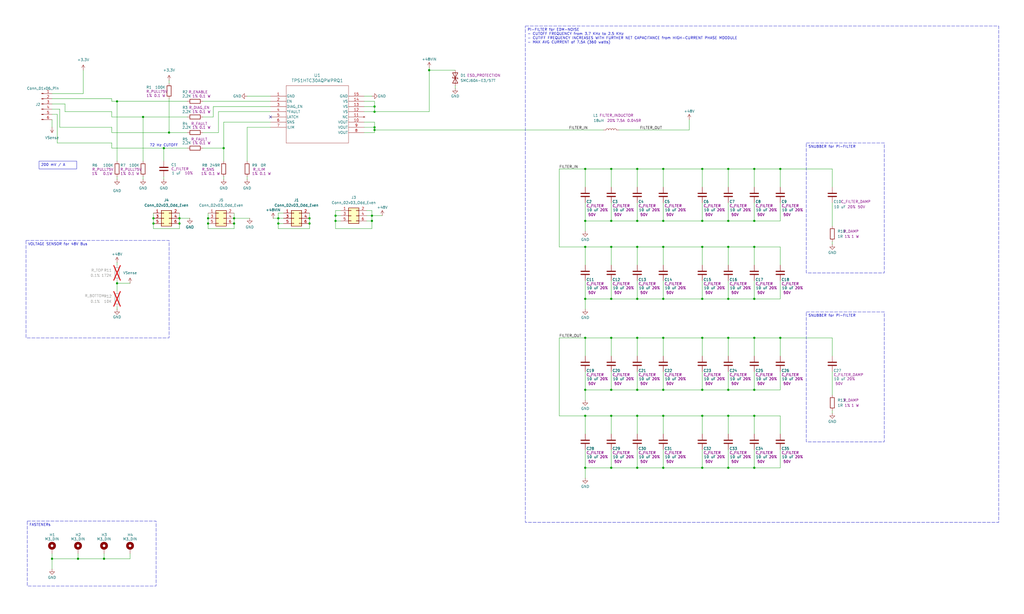
<source format=kicad_sch>
(kicad_sch (version 20250114) (generator "eeschema") (generator_version "9.0")
  (paper "User" 500 300)
  (title_block (title "Power Mangement Module") (date "2025-05-21") (rev "G") (company "Rack Robotics, Inc."))
  (text "72 Hz CUTOFF" (at 80.01 71.12 0) (effects (font (size 1.27 1.27))))
  (text_box "FASTENERs" (at 13.335 254.635 0) (size 62.865 31.75) (margins 0.9525 0.9525 0.9525 0.9525) (stroke (width 0) (type dash)) (effects (font (size 1.27 1.27)) (justify left top)))
  (text_box "Pi-FILTER for EDM-NOISE\n- CUTOFF FREQUENCY from 3.7 KHz to 2.5 KHz\n- CUTIFF FREQUENCY INCREASES WITH FURTHER NET CAPACITANCE from HIGH-CURRENT PHASE MDODULE\n- MAX AVG CURRENT of 7.5A (360 watts)" (at 256.54 12.7 0) (size 231.14 242.57) (margins 0.9525 0.9525 0.9525 0.9525) (stroke (width 0) (type dash)) (effects (font (size 1.27 1.27)) (justify left top)))
  (text_box "SNUBBER for Pi-FILTER" (at 393.7 152.4 0) (size 38.1 63.5) (margins 0.9525 0.9525 0.9525 0.9525) (stroke (width 0) (type dash)) (effects (font (size 1.27 1.27)) (justify left top)))
  (text_box "SNUBBER for Pi-FILTER" (at 393.7 69.85 0) (size 38.1 63.5) (margins 0.9525 0.9525 0.9525 0.9525) (stroke (width 0) (type dash)) (effects (font (size 1.27 1.27)) (justify left top)))
  (text_box "200 mV / A" (at 19.05 78.74 0) (size 18.415 3.81) (margins 0.9525 0.9525 0.9525 0.9525) (effects (font (size 1.27 1.27)) (justify left top)))
  (text_box "VOLTAGE SENSOR for 48V Bus" (at 12.7 117.475 0) (size 69.85 47.625) (margins 0.9525 0.9525 0.9525 0.9525) (stroke (width 0) (type dash)) (effects (font (size 1.27 1.27)) (justify left top)))
  (junction (at 355.6 82.55))
  (junction (at 285.75 82.55))
  (junction (at 342.9 165.1))
  (junction (at 182.88 62.23))
  (junction (at 182.88 52.07))
  (junction (at 323.85 146.05))
  (junction (at 311.15 228.6))
  (junction (at 114.3 109.22))
  (junction (at 182.88 63.5))
  (junction (at 163.83 105.41))
  (junction (at 298.45 165.1))
  (junction (at 311.15 165.1))
  (junction (at 57.15 138.43))
  (junction (at 74.93 106.68))
  (junction (at 323.85 190.5))
  (junction (at 298.45 120.65))
  (junction (at 381 165.1))
  (junction (at 381 82.55))
  (junction (at 182.88 54.61))
  (junction (at 151.13 106.68))
  (junction (at 323.85 165.1))
  (junction (at 368.3 82.55))
  (junction (at 355.6 146.05))
  (junction (at 355.6 165.1))
  (junction (at 311.15 107.95))
  (junction (at 109.22 72.39))
  (junction (at 101.6 109.22))
  (junction (at 101.6 106.68))
  (junction (at 368.3 190.5))
  (junction (at 323.85 107.95))
  (junction (at 151.13 109.22))
  (junction (at 323.85 82.55))
  (junction (at 82.55 64.77))
  (junction (at 69.85 57.15))
  (junction (at 323.85 228.6))
  (junction (at 298.45 146.05))
  (junction (at 87.63 109.22))
  (junction (at 298.45 190.5))
  (junction (at 355.6 228.6))
  (junction (at 342.9 228.6))
  (junction (at 368.3 228.6))
  (junction (at 285.75 120.65))
  (junction (at 311.15 146.05))
  (junction (at 285.75 190.5))
  (junction (at 311.15 203.2))
  (junction (at 74.93 109.22))
  (junction (at 25.4 273.05))
  (junction (at 57.15 49.53))
  (junction (at 285.75 146.05))
  (junction (at 50.8 273.05))
  (junction (at 368.3 146.05))
  (junction (at 342.9 203.2))
  (junction (at 135.89 109.22))
  (junction (at 355.6 120.65))
  (junction (at 355.6 107.95))
  (junction (at 342.9 120.65))
  (junction (at 368.3 107.95))
  (junction (at 311.15 120.65))
  (junction (at 135.89 106.68))
  (junction (at 298.45 107.95))
  (junction (at 163.83 107.95))
  (junction (at 285.75 107.95))
  (junction (at 285.75 203.2))
  (junction (at 38.1 273.05))
  (junction (at 181.61 105.41))
  (junction (at 298.45 82.55))
  (junction (at 355.6 190.5))
  (junction (at 87.63 106.68))
  (junction (at 311.15 82.55))
  (junction (at 323.85 120.65))
  (junction (at 342.9 146.05))
  (junction (at 298.45 228.6))
  (junction (at 80.01 72.39))
  (junction (at 181.61 107.95))
  (junction (at 368.3 165.1))
  (junction (at 285.75 165.1))
  (junction (at 355.6 203.2))
  (junction (at 209.55 34.29))
  (junction (at 114.3 106.68))
  (junction (at 342.9 82.55))
  (junction (at 298.45 203.2))
  (junction (at 285.75 228.6))
  (junction (at 342.9 107.95))
  (junction (at 323.85 203.2))
  (junction (at 368.3 120.65))
  (junction (at 342.9 190.5))
  (junction (at 311.15 190.5))
  (junction (at 368.3 203.2))
  (no_connect (at 132.08 57.15))
  (wire (pts (xy 381 165.1) (xy 381 173.99)))
  (wire (pts (xy 406.4 165.1) (xy 381 165.1)))
  (wire (pts (xy 31.75 54.61) (xy 54.61 54.61)))
  (wire (pts (xy 323.85 120.65) (xy 342.9 120.65)))
  (wire (pts (xy 342.9 203.2) (xy 355.6 203.2)))
  (wire (pts (xy 381 137.16) (xy 381 146.05)))
  (wire (pts (xy 25.4 273.05) (xy 38.1 273.05)))
  (wire (pts (xy 368.3 219.71) (xy 368.3 228.6)))
  (wire (pts (xy 99.06 57.15) (xy 104.14 57.15)))
  (wire (pts (xy 336.55 58.42) (xy 336.55 63.5)))
  (wire (pts (xy 298.45 228.6) (xy 311.15 228.6)))
  (wire (pts (xy 285.75 190.5) (xy 298.45 190.5)))
  (wire (pts (xy 323.85 99.06) (xy 323.85 107.95)))
  (wire (pts (xy 323.85 203.2) (xy 342.9 203.2)))
  (wire (pts (xy 368.3 203.2) (xy 381 203.2)))
  (wire (pts (xy 179.07 105.41) (xy 181.61 105.41)))
  (wire (pts (xy 368.3 137.16) (xy 368.3 146.05)))
  (wire (pts (xy 311.15 190.5) (xy 323.85 190.5)))
  (wire (pts (xy 181.61 111.76) (xy 163.83 111.76)))
  (wire (pts (xy 63.5 270.51) (xy 63.5 273.05)))
  (wire (pts (xy 368.3 82.55) (xy 381 82.55)))
  (wire (pts (xy 323.85 203.2) (xy 323.85 212.09)))
  (wire (pts (xy 54.61 54.61) (xy 54.61 57.15)))
  (wire (pts (xy 342.9 120.65) (xy 355.6 120.65)))
  (wire (pts (xy 311.15 120.65) (xy 311.15 129.54)))
  (wire (pts (xy 74.93 106.68) (xy 74.93 109.22)))
  (wire (pts (xy 323.85 82.55) (xy 323.85 91.44)))
  (wire (pts (xy 120.65 62.23) (xy 132.08 62.23)))
  (wire (pts (xy 323.85 219.71) (xy 323.85 228.6)))
  (wire (pts (xy 177.8 59.69) (xy 182.88 59.69)))
  (wire (pts (xy 285.75 82.55) (xy 298.45 82.55)))
  (wire (pts (xy 182.88 63.5) (xy 294.64 63.5)))
  (wire (pts (xy 298.45 190.5) (xy 311.15 190.5)))
  (wire (pts (xy 368.3 120.65) (xy 381 120.65)))
  (wire (pts (xy 179.07 107.95) (xy 181.61 107.95)))
  (wire (pts (xy 298.45 120.65) (xy 311.15 120.65)))
  (wire (pts (xy 381 219.71) (xy 381 228.6)))
  (wire (pts (xy 323.85 181.61) (xy 323.85 190.5)))
  (wire (pts (xy 342.9 82.55) (xy 355.6 82.55)))
  (wire (pts (xy 311.15 165.1) (xy 323.85 165.1)))
  (wire (pts (xy 120.65 62.23) (xy 120.65 78.74)))
  (wire (pts (xy 342.9 203.2) (xy 342.9 212.09)))
  (wire (pts (xy 40.64 45.72) (xy 25.4 45.72)))
  (wire (pts (xy 82.55 39.37) (xy 82.55 40.64)))
  (wire (pts (xy 135.89 104.14) (xy 135.89 106.68)))
  (wire (pts (xy 406.4 181.61) (xy 406.4 193.04)))
  (wire (pts (xy 182.88 59.69) (xy 182.88 62.23)))
  (wire (pts (xy 91.44 64.77) (xy 82.55 64.77)))
  (wire (pts (xy 298.45 165.1) (xy 311.15 165.1)))
  (wire (pts (xy 101.6 104.14) (xy 101.6 106.68)))
  (wire (pts (xy 355.6 146.05) (xy 368.3 146.05)))
  (wire (pts (xy 101.6 109.22) (xy 101.6 111.76)))
  (wire (pts (xy 57.15 128.27) (xy 57.15 129.54)))
  (wire (pts (xy 355.6 203.2) (xy 368.3 203.2)))
  (wire (pts (xy 50.8 273.05) (xy 63.5 273.05)))
  (wire (pts (xy 177.8 52.07) (xy 182.88 52.07)))
  (wire (pts (xy 80.01 72.39) (xy 91.44 72.39)))
  (wire (pts (xy 311.15 107.95) (xy 323.85 107.95)))
  (wire (pts (xy 177.8 46.99) (xy 181.61 46.99)))
  (wire (pts (xy 381 181.61) (xy 381 190.5)))
  (wire (pts (xy 106.68 64.77) (xy 99.06 64.77)))
  (wire (pts (xy 355.6 120.65) (xy 368.3 120.65)))
  (wire (pts (xy 311.15 228.6) (xy 323.85 228.6)))
  (wire (pts (xy 285.75 165.1) (xy 285.75 173.99)))
  (wire (pts (xy 87.63 106.68) (xy 92.71 106.68)))
  (wire (pts (xy 311.15 203.2) (xy 323.85 203.2)))
  (wire (pts (xy 50.8 270.51) (xy 50.8 273.05)))
  (wire (pts (xy 381 99.06) (xy 381 107.95)))
  (wire (pts (xy 323.85 146.05) (xy 342.9 146.05)))
  (wire (pts (xy 355.6 99.06) (xy 355.6 107.95)))
  (wire (pts (xy 298.45 219.71) (xy 298.45 228.6)))
  (wire (pts (xy 311.15 82.55) (xy 323.85 82.55)))
  (wire (pts (xy 179.07 102.87) (xy 181.61 102.87)))
  (wire (pts (xy 406.4 200.66) (xy 406.4 201.93)))
  (wire (pts (xy 406.4 82.55) (xy 381 82.55)))
  (wire (pts (xy 181.61 102.87) (xy 181.61 105.41)))
  (wire (pts (xy 355.6 203.2) (xy 355.6 212.09)))
  (wire (pts (xy 74.93 104.14) (xy 74.93 106.68)))
  (wire (pts (xy 355.6 107.95) (xy 368.3 107.95)))
  (wire (pts (xy 182.88 63.5) (xy 182.88 64.77)))
  (wire (pts (xy 54.61 72.39) (xy 80.01 72.39)))
  (wire (pts (xy 29.21 53.34) (xy 29.21 62.23)))
  (wire (pts (xy 182.88 54.61) (xy 209.55 54.61)))
  (wire (pts (xy 311.15 137.16) (xy 311.15 146.05)))
  (wire (pts (xy 406.4 173.99) (xy 406.4 165.1)))
  (wire (pts (xy 285.75 203.2) (xy 273.05 203.2)))
  (wire (pts (xy 99.06 49.53) (xy 132.08 49.53)))
  (wire (pts (xy 109.22 72.39) (xy 109.22 78.74)))
  (wire (pts (xy 182.88 49.53) (xy 182.88 52.07)))
  (wire (pts (xy 368.3 146.05) (xy 381 146.05)))
  (wire (pts (xy 133.35 106.68) (xy 135.89 106.68)))
  (wire (pts (xy 285.75 137.16) (xy 285.75 146.05)))
  (wire (pts (xy 285.75 233.68) (xy 285.75 228.6)))
  (wire (pts (xy 285.75 113.03) (xy 285.75 107.95)))
  (wire (pts (xy 114.3 104.14) (xy 114.3 106.68)))
  (wire (pts (xy 311.15 146.05) (xy 323.85 146.05)))
  (wire (pts (xy 87.63 104.14) (xy 87.63 106.68)))
  (wire (pts (xy 114.3 106.68) (xy 121.92 106.68)))
  (wire (pts (xy 54.61 49.53) (xy 57.15 49.53)))
  (wire (pts (xy 323.85 107.95) (xy 342.9 107.95)))
  (wire (pts (xy 177.8 54.61) (xy 182.88 54.61)))
  (wire (pts (xy 151.13 109.22) (xy 151.13 111.76)))
  (wire (pts (xy 311.15 181.61) (xy 311.15 190.5)))
  (wire (pts (xy 106.68 54.61) (xy 106.68 64.77)))
  (wire (pts (xy 163.83 102.87) (xy 166.37 102.87)))
  (wire (pts (xy 57.15 49.53) (xy 91.44 49.53)))
  (wire (pts (xy 138.43 104.14) (xy 135.89 104.14)))
  (wire (pts (xy 323.85 190.5) (xy 342.9 190.5)))
  (wire (pts (xy 298.45 203.2) (xy 311.15 203.2)))
  (wire (pts (xy 82.55 48.26) (xy 82.55 64.77)))
  (wire (pts (xy 311.15 165.1) (xy 311.15 173.99)))
  (wire (pts (xy 302.26 63.5) (xy 336.55 63.5)))
  (wire (pts (xy 31.75 50.8) (xy 31.75 54.61)))
  (wire (pts (xy 80.01 72.39) (xy 80.01 78.74)))
  (wire (pts (xy 222.25 41.91) (xy 222.25 43.18)))
  (wire (pts (xy 285.75 120.65) (xy 285.75 129.54)))
  (wire (pts (xy 69.85 57.15) (xy 91.44 57.15)))
  (wire (pts (xy 298.45 82.55) (xy 298.45 91.44)))
  (wire (pts (xy 342.9 165.1) (xy 355.6 165.1)))
  (wire (pts (xy 342.9 181.61) (xy 342.9 190.5)))
  (wire (pts (xy 69.85 86.36) (xy 69.85 87.63)))
  (wire (pts (xy 355.6 120.65) (xy 355.6 129.54)))
  (wire (pts (xy 54.61 69.85) (xy 54.61 72.39)))
  (wire (pts (xy 109.22 59.69) (xy 132.08 59.69)))
  (wire (pts (xy 355.6 181.61) (xy 355.6 190.5)))
  (wire (pts (xy 209.55 34.29) (xy 222.25 34.29)))
  (wire (pts (xy 25.4 48.26) (xy 54.61 48.26)))
  (wire (pts (xy 114.3 109.22) (xy 114.3 111.76)))
  (wire (pts (xy 273.05 82.55) (xy 285.75 82.55)))
  (wire (pts (xy 101.6 111.76) (xy 114.3 111.76)))
  (wire (pts (xy 182.88 52.07) (xy 182.88 54.61)))
  (wire (pts (xy 342.9 107.95) (xy 355.6 107.95)))
  (wire (pts (xy 355.6 165.1) (xy 355.6 173.99)))
  (wire (pts (xy 298.45 146.05) (xy 311.15 146.05)))
  (wire (pts (xy 132.08 54.61) (xy 106.68 54.61)))
  (wire (pts (xy 138.43 109.22) (xy 135.89 109.22)))
  (wire (pts (xy 57.15 138.43) (xy 63.5 138.43)))
  (wire (pts (xy 99.06 72.39) (xy 109.22 72.39)))
  (wire (pts (xy 368.3 203.2) (xy 368.3 212.09)))
  (wire (pts (xy 109.22 72.39) (xy 109.22 59.69)))
  (wire (pts (xy 342.9 165.1) (xy 342.9 173.99)))
  (wire (pts (xy 27.94 69.85) (xy 54.61 69.85)))
  (wire (pts (xy 57.15 149.86) (xy 57.15 151.13)))
  (wire (pts (xy 163.83 111.76) (xy 163.83 107.95)))
  (wire (pts (xy 177.8 64.77) (xy 182.88 64.77)))
  (wire (pts (xy 181.61 107.95) (xy 181.61 111.76)))
  (wire (pts (xy 381 203.2) (xy 381 212.09)))
  (wire (pts (xy 298.45 165.1) (xy 298.45 173.99)))
  (wire (pts (xy 27.94 55.88) (xy 27.94 69.85)))
  (wire (pts (xy 114.3 106.68) (xy 114.3 109.22)))
  (wire (pts (xy 285.75 120.65) (xy 298.45 120.65)))
  (wire (pts (xy 29.21 62.23) (xy 54.61 62.23)))
  (wire (pts (xy 87.63 111.76) (xy 87.63 109.22)))
  (wire (pts (xy 368.3 82.55) (xy 368.3 91.44)))
  (wire (pts (xy 273.05 203.2) (xy 273.05 165.1)))
  (wire (pts (xy 57.15 137.16) (xy 57.15 138.43)))
  (wire (pts (xy 298.45 137.16) (xy 298.45 146.05)))
  (wire (pts (xy 406.4 99.06) (xy 406.4 110.49)))
  (wire (pts (xy 54.61 64.77) (xy 82.55 64.77)))
  (wire (pts (xy 381 82.55) (xy 381 91.44)))
  (wire (pts (xy 355.6 165.1) (xy 368.3 165.1)))
  (wire (pts (xy 163.83 105.41) (xy 166.37 105.41)))
  (wire (pts (xy 57.15 49.53) (xy 57.15 78.74)))
  (wire (pts (xy 54.61 62.23) (xy 54.61 64.77)))
  (wire (pts (xy 342.9 99.06) (xy 342.9 107.95)))
  (wire (pts (xy 311.15 219.71) (xy 311.15 228.6)))
  (wire (pts (xy 406.4 91.44) (xy 406.4 82.55)))
  (wire (pts (xy 177.8 49.53) (xy 182.88 49.53)))
  (wire (pts (xy 177.8 62.23) (xy 182.88 62.23)))
  (wire (pts (xy 323.85 82.55) (xy 342.9 82.55)))
  (wire (pts (xy 368.3 120.65) (xy 368.3 129.54)))
  (wire (pts (xy 181.61 105.41) (xy 186.69 105.41)))
  (wire (pts (xy 311.15 99.06) (xy 311.15 107.95)))
  (wire (pts (xy 368.3 228.6) (xy 381 228.6)))
  (wire (pts (xy 135.89 109.22) (xy 135.89 106.68)))
  (wire (pts (xy 311.15 120.65) (xy 323.85 120.65)))
  (wire (pts (xy 54.61 48.26) (xy 54.61 49.53)))
  (wire (pts (xy 311.15 82.55) (xy 311.15 91.44)))
  (wire (pts (xy 342.9 219.71) (xy 342.9 228.6)))
  (wire (pts (xy 38.1 273.05) (xy 50.8 273.05)))
  (wire (pts (xy 151.13 111.76) (xy 135.89 111.76)))
  (wire (pts (xy 151.13 106.68) (xy 151.13 109.22)))
  (wire (pts (xy 342.9 146.05) (xy 355.6 146.05)))
  (wire (pts (xy 368.3 190.5) (xy 381 190.5)))
  (wire (pts (xy 368.3 99.06) (xy 368.3 107.95)))
  (wire (pts (xy 368.3 181.61) (xy 368.3 190.5)))
  (wire (pts (xy 74.93 111.76) (xy 87.63 111.76)))
  (wire (pts (xy 104.14 57.15) (xy 104.14 52.07)))
  (wire (pts (xy 163.83 107.95) (xy 166.37 107.95)))
  (wire (pts (xy 355.6 219.71) (xy 355.6 228.6)))
  (wire (pts (xy 285.75 120.65) (xy 273.05 120.65)))
  (wire (pts (xy 163.83 102.87) (xy 163.83 105.41)))
  (wire (pts (xy 101.6 106.68) (xy 101.6 109.22)))
  (wire (pts (xy 273.05 165.1) (xy 285.75 165.1)))
  (wire (pts (xy 74.93 109.22) (xy 74.93 111.76)))
  (wire (pts (xy 40.64 34.29) (xy 40.64 45.72)))
  (wire (pts (xy 163.83 105.41) (xy 163.83 107.95)))
  (wire (pts (xy 323.85 228.6) (xy 342.9 228.6)))
  (wire (pts (xy 54.61 57.15) (xy 69.85 57.15)))
  (wire (pts (xy 285.75 219.71) (xy 285.75 228.6)))
  (wire (pts (xy 342.9 190.5) (xy 355.6 190.5)))
  (wire (pts (xy 25.4 55.88) (xy 27.94 55.88)))
  (wire (pts (xy 209.55 33.02) (xy 209.55 34.29)))
  (wire (pts (xy 311.15 203.2) (xy 311.15 212.09)))
  (wire (pts (xy 355.6 82.55) (xy 355.6 91.44)))
  (wire (pts (xy 25.4 50.8) (xy 31.75 50.8)))
  (wire (pts (xy 323.85 120.65) (xy 323.85 129.54)))
  (wire (pts (xy 355.6 82.55) (xy 368.3 82.55)))
  (wire (pts (xy 342.9 82.55) (xy 342.9 91.44)))
  (wire (pts (xy 25.4 53.34) (xy 29.21 53.34)))
  (wire (pts (xy 298.45 107.95) (xy 311.15 107.95)))
  (wire (pts (xy 87.63 106.68) (xy 87.63 109.22)))
  (wire (pts (xy 209.55 34.29) (xy 209.55 54.61)))
  (wire (pts (xy 120.65 46.99) (xy 132.08 46.99)))
  (wire (pts (xy 182.88 62.23) (xy 182.88 63.5)))
  (wire (pts (xy 181.61 105.41) (xy 181.61 107.95)))
  (wire (pts (xy 298.45 82.55) (xy 311.15 82.55)))
  (wire (pts (xy 285.75 107.95) (xy 298.45 107.95)))
  (wire (pts (xy 285.75 181.61) (xy 285.75 190.5)))
  (wire (pts (xy 104.14 52.07) (xy 132.08 52.07)))
  (wire (pts (xy 25.4 270.51) (xy 25.4 273.05)))
  (wire (pts (xy 285.75 195.58) (xy 285.75 190.5)))
  (wire (pts (xy 298.45 203.2) (xy 298.45 212.09)))
  (wire (pts (xy 285.75 99.06) (xy 285.75 107.95)))
  (wire (pts (xy 57.15 138.43) (xy 57.15 142.24)))
  (wire (pts (xy 151.13 104.14) (xy 151.13 106.68)))
  (wire (pts (xy 25.4 273.05) (xy 25.4 278.13)))
  (wire (pts (xy 57.15 86.36) (xy 57.15 87.63)))
  (wire (pts (xy 80.01 86.36) (xy 80.01 87.63)))
  (wire (pts (xy 298.45 181.61) (xy 298.45 190.5)))
  (wire (pts (xy 342.9 120.65) (xy 342.9 129.54)))
  (wire (pts (xy 406.4 118.11) (xy 406.4 119.38)))
  (wire (pts (xy 355.6 137.16) (xy 355.6 146.05)))
  (wire (pts (xy 368.3 165.1) (xy 368.3 173.99)))
  (wire (pts (xy 342.9 228.6) (xy 355.6 228.6)))
  (wire (pts (xy 25.4 58.42) (xy 25.4 62.23)))
  (wire (pts (xy 298.45 99.06) (xy 298.45 107.95)))
  (wire (pts (xy 285.75 203.2) (xy 285.75 212.09)))
  (wire (pts (xy 285.75 165.1) (xy 298.45 165.1)))
  (wire (pts (xy 381 120.65) (xy 381 129.54)))
  (wire (pts (xy 69.85 57.15) (xy 69.85 78.74)))
  (wire (pts (xy 323.85 165.1) (xy 323.85 173.99)))
  (wire (pts (xy 298.45 120.65) (xy 298.45 129.54)))
  (wire (pts (xy 135.89 111.76) (xy 135.89 109.22)))
  (wire (pts (xy 109.22 86.36) (xy 109.22 87.63)))
  (wire (pts (xy 285.75 82.55) (xy 285.75 91.44)))
  (wire (pts (xy 342.9 137.16) (xy 342.9 146.05)))
  (wire (pts (xy 355.6 228.6) (xy 368.3 228.6)))
  (wire (pts (xy 323.85 165.1) (xy 342.9 165.1)))
  (wire (pts (xy 273.05 120.65) (xy 273.05 82.55)))
  (wire (pts (xy 38.1 270.51) (xy 38.1 273.05)))
  (wire (pts (xy 323.85 137.16) (xy 323.85 146.05)))
  (wire (pts (xy 285.75 203.2) (xy 298.45 203.2)))
  (wire (pts (xy 285.75 146.05) (xy 298.45 146.05)))
  (wire (pts (xy 368.3 165.1) (xy 381 165.1)))
  (wire (pts (xy 120.65 86.36) (xy 120.65 87.63)))
  (wire (pts (xy 285.75 151.13) (xy 285.75 146.05)))
  (wire (pts (xy 285.75 228.6) (xy 298.45 228.6)))
  (wire (pts (xy 368.3 107.95) (xy 381 107.95)))
  (wire (pts (xy 135.89 106.68) (xy 138.43 106.68)))
  (wire (pts (xy 355.6 190.5) (xy 368.3 190.5)))
  (label "FILTER_OUT" (at 273.05 165.1 0))
  (label "FILTER_OUT" (at 312.42 63.5 0))
  (label "FILTER_IN" (at 273.05 82.55 0))
  (label "FILTER_IN" (at 287.02 63.5 180))
  (symbol (lib_id "power:GND") (at 120.65 46.99 270) (unit 1)
    (property "Reference" "#PWR05" (effects (hide yes)))
    (property "Value" "GND" (at 115.824 46.99 90))
    (property "Description" "Power symbol creates a global label with name \"GND\" , ground" (effects (hide yes)))
  )
  (symbol (lib_id "Device:C") (at 298.45 215.9 0) (unit 1)
    (property "Reference" "C29" (at 298.958 219.202 0) (effects (justify left)))
    (property "Value" "10 uF" (at 299.212 223.266 0) (effects (justify left)))
    (property "Footprint" "Capacitor_SMD:C_1206_3216Metric" (effects (hide yes)))
    (property "Datasheet" "https://www.yageo.com/upload/media/product/app/datasheet/mlcc/upy-np0x7r_mv_100-to-630v.pdf" (effects (hide yes)))
    (property "Description" "10 µF ±20% 50V Ceramic Capacitor X5R 1206 (3216 Metric)" (effects (hide yes)))
    (property "Manufacturer" "Samsung Electro-Mechanics" (effects (hide yes)))
    (property "Manufacturer#" "CL31A106MBHNNNE" (effects (hide yes)))
    (property "Distributor" "Digikey Electronics, Inc." (effects (hide yes)))
    (property "Distributor#" "1276-6736-1-ND" (effects (hide yes)))
    (property "Role" "C_FILTER" (at 303.276 221.234 0))
    (property "Tolerance" "20%" (at 307.594 223.266 0))
    (property "Max Voltage" "50V" (at 301.752 225.552 0))
    (property "LCSC Part #" "C96600" (effects (hide yes)))
  )
  (symbol (lib_id "Device:R") (at 57.15 82.55 0) (unit 1)
    (property "Reference" "R6" (at 44.958 80.772 0) (effects (justify left)))
    (property "Value" "100K" (at 50.292 80.772 0) (effects (justify left)))
    (property "Footprint" "Resistor_SMD:R_0603_1608Metric" (effects (hide yes)))
    (property "Datasheet" "https://www.vishay.com/docs/20035/dcrcwe3.pdf" (effects (hide yes)))
    (property "Description" "100 kOhms ±1% 0.1W, 1/10W Chip Resistor 0603 (1608 Metric) Automotive AEC-Q200 Thick Film" (effects (hide yes)))
    (property "Manufacturer" "Vishay Intertech" (effects (hide yes)))
    (property "Manufacturer#" "CRCW0603100KFKEA" (effects (hide yes)))
    (property "Distributor" "Digikey Electronics, Inc." (effects (hide yes)))
    (property "Distributor#" "CRCW0603100KFKEA" (effects (hide yes)))
    (property "Role" "R_PULL" (at 48.514 82.804 0))
    (property "Power" "0.1W" (at 52.578 84.836 0))
    (property "Tolerance" "1%" (at 46.228 84.836 0))
    (property "Max Voltage" "75V" (at 53.594 82.804 0))
    (property "LCSC Part #" "C844916" (effects (hide yes)))
  )
  (symbol (lib_id "Device:R") (at 95.25 49.53 90) (unit 1)
    (property "Reference" "R2" (at 91.694 44.958 90) (effects (justify left)))
    (property "Value" "2.2K" (at 93.472 46.99 90) (effects (justify left)))
    (property "Footprint" "Resistor_SMD:R_0603_1608Metric" (effects (hide yes)))
    (property "Datasheet" "https://www.yageo.com/upload/media/product/products/datasheet/rchip/PYu-RC_Group_51_RoHS_L_12.pdf" (effects (hide yes)))
    (property "Description" "2.2 kOhms ±1% 0.1W, 1/10W Chip Resistor 0603 (1608 Metric) Moisture Resistant Thick Film" (effects (hide yes)))
    (property "Manufacturer" "YAGEO" (effects (hide yes)))
    (property "Manufacturer#" "RC0603FR-132K2L" (effects (hide yes)))
    (property "Distributor" "Digikey Electronics, Inc." (effects (hide yes)))
    (property "Distributor#" "13-RC0603FR-132K2LCT-ND" (effects (hide yes)))
    (property "Role" "R_ENABLE" (at 96.774 44.958 90))
    (property "Power" "0.1 W" (at 100.076 46.99 90))
    (property "Tolerance" "1%" (at 95.25 46.99 90))
    (property "LCSC Part #" "C114662" (effects (hide yes)))
  )
  (symbol (lib_id "Device:R") (at 57.15 146.05 0) (mirror y) (unit 1) (in_bom no) (dnp yes)
    (property "Reference" "R12" (at 54.61 144.7799 0) (effects (justify left)))
    (property "Value" "10K" (at 54.61 147.3199 0) (effects (justify left)))
    (property "Footprint" "Resistor_SMD:R_0603_1608Metric" (effects (hide yes)))
    (property "Datasheet" "https://www.yageo.com/upload/media/product/products/datasheet/rchip/PYu-RC_Group_51_RoHS_L_12.pdf" (effects (hide yes)))
    (property "Description" "10 kOhms ±0.1% 0.1W, 1/10W Chip Resistor 0603 (1608 Metric) Moisture Resistant Thick Film" (effects (hide yes)))
    (property "Tolerance" "0.1%" (at 46.482 147.32 0))
    (property "Role" "R_BOTTOM" (at 46.228 144.526 0))
    (property "Manufacturer#" "YAGEO" (effects (hide yes)))
    (property "Distributor" "Digikey Electronics, Inc." (effects (hide yes)))
    (property "Distributor#" "13-RC0603BR-0710KLCT-ND" (effects (hide yes)))
    (property "Manufacturer" "RC0603BR-0710KL" (effects (hide yes)))
  )
  (symbol (lib_id "Device:C") (at 381 177.8 0) (unit 1)
    (property "Reference" "C26" (at 381.508 181.102 0) (effects (justify left)))
    (property "Value" "10 uF" (at 381.762 185.166 0) (effects (justify left)))
    (property "Footprint" "Capacitor_SMD:C_1206_3216Metric" (effects (hide yes)))
    (property "Datasheet" "https://www.yageo.com/upload/media/product/app/datasheet/mlcc/upy-np0x7r_mv_100-to-630v.pdf" (effects (hide yes)))
    (property "Description" "10 µF ±20% 50V Ceramic Capacitor X5R 1206 (3216 Metric)" (effects (hide yes)))
    (property "Manufacturer" "Samsung Electro-Mechanics" (effects (hide yes)))
    (property "Manufacturer#" "CL31A106MBHNNNE" (effects (hide yes)))
    (property "Distributor" "Digikey Electronics, Inc." (effects (hide yes)))
    (property "Distributor#" "1276-6736-1-ND" (effects (hide yes)))
    (property "Role" "C_FILTER" (at 385.826 183.134 0))
    (property "Tolerance" "20%" (at 390.144 185.166 0))
    (property "Max Voltage" "50V" (at 384.302 187.452 0))
    (property "LCSC Part #" "C96600" (effects (hide yes)))
  )
  (symbol (lib_id "Device:C") (at 406.4 95.25 0) (unit 1)
    (property "Reference" "C10" (at 406.908 98.552 0) (effects (justify left)))
    (property "Value" "10 uF" (at 407.162 101.092 0) (effects (justify left)))
    (property "Footprint" "Capacitor_SMD:C_1206_3216Metric" (effects (hide yes)))
    (property "Datasheet" "https://www.yageo.com/upload/media/product/app/datasheet/mlcc/upy-np0x7r_mv_100-to-630v.pdf" (effects (hide yes)))
    (property "Description" "10 µF ±20% 50V Ceramic Capacitor X5R 1206 (3216 Metric)" (effects (hide yes)))
    (property "Manufacturer" "Samsung Electro-Mechanics" (effects (hide yes)))
    (property "Manufacturer#" "CL31A106MBHNNNE" (effects (hide yes)))
    (property "Distributor" "Digikey Electronics, Inc." (effects (hide yes)))
    (property "Distributor#" "1276-6736-1-ND" (effects (hide yes)))
    (property "Role" "C_FILTER_DAMP" (at 417.83 98.552 0))
    (property "Tolerance" "20%" (at 415.798 101.092 0))
    (property "Max Voltage" "50V" (at 420.624 101.092 0))
    (property "LCSC Part #" "C96600" (effects (hide yes)))
  )
  (symbol (lib_id "Device:C") (at 285.75 215.9 0) (unit 1)
    (property "Reference" "C28" (at 286.258 219.202 0) (effects (justify left)))
    (property "Value" "10 uF" (at 286.512 223.266 0) (effects (justify left)))
    (property "Footprint" "Capacitor_SMD:C_1206_3216Metric" (effects (hide yes)))
    (property "Datasheet" "https://www.yageo.com/upload/media/product/app/datasheet/mlcc/upy-np0x7r_mv_100-to-630v.pdf" (effects (hide yes)))
    (property "Description" "10 µF ±20% 50V Ceramic Capacitor X5R 1206 (3216 Metric)" (effects (hide yes)))
    (property "Manufacturer" "Samsung Electro-Mechanics" (effects (hide yes)))
    (property "Manufacturer#" "CL31A106MBHNNNE" (effects (hide yes)))
    (property "Distributor" "Digikey Electronics, Inc." (effects (hide yes)))
    (property "Distributor#" "1276-6736-1-ND" (effects (hide yes)))
    (property "Role" "C_FILTER" (at 290.576 221.234 0))
    (property "Tolerance" "20%" (at 294.894 223.266 0))
    (property "Max Voltage" "50V" (at 289.052 225.552 0))
    (property "LCSC Part #" "C96600" (effects (hide yes)))
  )
  (symbol (lib_id "Device:R") (at 120.65 82.55 0) (unit 1)
    (property "Reference" "R9" (at 122.936 80.772 0) (effects (justify left)))
    (property "Value" "0R" (at 127.254 80.772 0) (effects (justify left)))
    (property "Footprint" "Resistor_SMD:R_0603_1608Metric" (effects (hide yes)))
    (property "Datasheet" "https://www.yageo.com/upload/media/product/products/datasheet/rchip/PYu-RC_Group_51_RoHS_L_12.pdf" (effects (hide yes)))
    (property "Description" "0 Ohm Shunt Resistor Jumper" (effects (hide yes)))
    (property "Manufacturer" "YAGEO" (effects (hide yes)))
    (property "Manufacturer#" "RC0603JR-070RL" (effects (hide yes)))
    (property "Distributor" "Digikey Electronics, Inc." (effects (hide yes)))
    (property "Distributor#" "311-0.0GRCT-ND" (effects (hide yes)))
    (property "Role" "R_ILIM" (at 126.492 82.804 0))
    (property "Power" "0.1 W" (at 129.54 84.836 0))
    (property "Tolerance" "1%" (at 124.46 84.836 0))
    (property "LCSC Part #" "C95177" (effects (hide yes)))
  )
  (symbol (lib_id "power:GND") (at 57.15 151.13 0) (mirror y) (unit 1)
    (property "Reference" "#PWR016" (effects (hide yes)))
    (property "Value" "GND" (at 57.15 154.94 0))
    (property "Description" "Power symbol creates a global label with name \"GND\" , ground" (effects (hide yes)))
  )
  (symbol (lib_id "Device:C") (at 381 215.9 0) (unit 1)
    (property "Reference" "C35" (at 381.508 219.202 0) (effects (justify left)))
    (property "Value" "10 uF" (at 381.762 223.266 0) (effects (justify left)))
    (property "Footprint" "Capacitor_SMD:C_1206_3216Metric" (effects (hide yes)))
    (property "Datasheet" "https://www.yageo.com/upload/media/product/app/datasheet/mlcc/upy-np0x7r_mv_100-to-630v.pdf" (effects (hide yes)))
    (property "Description" "10 µF ±20% 50V Ceramic Capacitor X5R 1206 (3216 Metric)" (effects (hide yes)))
    (property "Manufacturer" "Samsung Electro-Mechanics" (effects (hide yes)))
    (property "Manufacturer#" "CL31A106MBHNNNE" (effects (hide yes)))
    (property "Distributor" "Digikey Electronics, Inc." (effects (hide yes)))
    (property "Distributor#" "1276-6736-1-ND" (effects (hide yes)))
    (property "Role" "C_FILTER" (at 385.826 221.234 0))
    (property "Tolerance" "20%" (at 390.144 223.266 0))
    (property "Max Voltage" "50V" (at 384.302 225.552 0))
    (property "LCSC Part #" "C96600" (effects (hide yes)))
  )
  (symbol (lib_id "Device:C") (at 323.85 177.8 0) (unit 1)
    (property "Reference" "C22" (at 324.358 181.102 0) (effects (justify left)))
    (property "Value" "10 uF" (at 324.612 185.166 0) (effects (justify left)))
    (property "Footprint" "Capacitor_SMD:C_1206_3216Metric" (effects (hide yes)))
    (property "Datasheet" "https://www.yageo.com/upload/media/product/app/datasheet/mlcc/upy-np0x7r_mv_100-to-630v.pdf" (effects (hide yes)))
    (property "Description" "10 µF ±20% 50V Ceramic Capacitor X5R 1206 (3216 Metric)" (effects (hide yes)))
    (property "Manufacturer" "Samsung Electro-Mechanics" (effects (hide yes)))
    (property "Manufacturer#" "CL31A106MBHNNNE" (effects (hide yes)))
    (property "Distributor" "Digikey Electronics, Inc." (effects (hide yes)))
    (property "Distributor#" "1276-6736-1-ND" (effects (hide yes)))
    (property "Role" "C_FILTER" (at 328.676 183.134 0))
    (property "Tolerance" "20%" (at 332.994 185.166 0))
    (property "Max Voltage" "50V" (at 327.152 187.452 0))
    (property "LCSC Part #" "C96600" (effects (hide yes)))
  )
  (symbol (lib_id "power:+48V") (at 209.55 33.02 0) (unit 1)
    (property "Reference" "#PWR01" (effects (hide yes)))
    (property "Value" "+48VIN" (at 209.55 28.956 0))
    (property "Description" "Power symbol creates a global label with name \"+48V\"" (effects (hide yes)))
  )
  (symbol (lib_id "Mechanical:MountingHole_Pad") (at 38.1 267.97 0) (unit 1) (exclude_from_sim yes) (in_bom no)
    (property "Reference" "H2" (at 36.83 261.366 0) (effects (justify left)))
    (property "Value" "M3_DIN" (at 34.544 263.398 0) (effects (justify left)))
    (property "Footprint" "MountingHole:MountingHole_3.2mm_M3_DIN965_Pad_TopBottom" (effects (hide yes)))
    (property "Datasheet" "NULL" (effects (hide yes)))
    (property "Description" "M3 Mounting hole with op & bottom pads exposed" (effects (hide yes)))
    (property "Manufacturer" "NULL" (effects (hide yes)))
    (property "Manufacturer#" "NULL" (effects (hide yes)))
    (property "Distributor" "NULL" (effects (hide yes)))
    (property "Distributor#" "NULL" (effects (hide yes)))
    (property "Role" "NULL" (effects (hide yes)))
  )
  (symbol (lib_id "Device:R") (at 95.25 72.39 90) (unit 1)
    (property "Reference" "R5" (at 91.694 68.072 90) (effects (justify left)))
    (property "Value" "2.2K" (at 93.472 69.85 90) (effects (justify left)))
    (property "Footprint" "Resistor_SMD:R_0603_1608Metric" (effects (hide yes)))
    (property "Datasheet" "https://www.yageo.com/upload/media/product/products/datasheet/rchip/PYu-RC_Group_51_RoHS_L_12.pdf" (effects (hide yes)))
    (property "Description" "2.2 kOhms ±1% 0.1W, 1/10W Chip Resistor 0603 (1608 Metric) Moisture Resistant Thick Film" (effects (hide yes)))
    (property "Manufacturer" "YAGEO" (effects (hide yes)))
    (property "Manufacturer#" "RC0603FR-132K2L" (effects (hide yes)))
    (property "Distributor" "Digikey Electronics, Inc." (effects (hide yes)))
    (property "Distributor#" "13-RC0603FR-132K2LCT-ND" (effects (hide yes)))
    (property "Role" "R_FAULT" (at 97.282 68.072 90))
    (property "Power" "0.1 W" (at 100.076 69.85 90))
    (property "Tolerance" "1%" (at 95.25 69.85 90))
    (property "LCSC Part #" "C114662" (effects (hide yes)))
  )
  (symbol (lib_id "Device:C") (at 342.9 215.9 0) (unit 1)
    (property "Reference" "C32" (at 343.408 219.202 0) (effects (justify left)))
    (property "Value" "10 uF" (at 343.662 223.266 0) (effects (justify left)))
    (property "Footprint" "Capacitor_SMD:C_1206_3216Metric" (effects (hide yes)))
    (property "Datasheet" "https://www.yageo.com/upload/media/product/app/datasheet/mlcc/upy-np0x7r_mv_100-to-630v.pdf" (effects (hide yes)))
    (property "Description" "10 µF ±20% 50V Ceramic Capacitor X5R 1206 (3216 Metric)" (effects (hide yes)))
    (property "Manufacturer" "Samsung Electro-Mechanics" (effects (hide yes)))
    (property "Manufacturer#" "CL31A106MBHNNNE" (effects (hide yes)))
    (property "Distributor" "Digikey Electronics, Inc." (effects (hide yes)))
    (property "Distributor#" "1276-6736-1-ND" (effects (hide yes)))
    (property "Role" "C_FILTER" (at 347.726 221.234 0))
    (property "Tolerance" "20%" (at 352.044 223.266 0))
    (property "Max Voltage" "50V" (at 346.202 225.552 0))
    (property "LCSC Part #" "C96600" (effects (hide yes)))
  )
  (symbol (lib_id "Mechanical:MountingHole_Pad") (at 25.4 267.97 0) (unit 1) (exclude_from_sim yes) (in_bom no)
    (property "Reference" "H1" (at 24.13 261.366 0) (effects (justify left)))
    (property "Value" "M3_DIN" (at 21.844 263.398 0) (effects (justify left)))
    (property "Footprint" "MountingHole:MountingHole_3.2mm_M3_DIN965_Pad_TopBottom" (effects (hide yes)))
    (property "Datasheet" "NULL" (effects (hide yes)))
    (property "Description" "M3 Mounting hole with op & bottom pads exposed" (effects (hide yes)))
    (property "Manufacturer" "NULL" (effects (hide yes)))
    (property "Manufacturer#" "NULL" (effects (hide yes)))
    (property "Distributor" "NULL" (effects (hide yes)))
    (property "Distributor#" "NULL" (effects (hide yes)))
    (property "Role" "NULL" (effects (hide yes)))
  )
  (symbol (lib_id "power:GND") (at 120.65 87.63 0) (unit 1)
    (property "Reference" "#PWR012" (effects (hide yes)))
    (property "Value" "GND" (at 120.65 91.948 0))
    (property "Description" "Power symbol creates a global label with name \"GND\" , ground" (effects (hide yes)))
  )
  (symbol (lib_id "power:+3.3V") (at 82.55 39.37 0) (unit 1)
    (property "Reference" "#PWR03" (effects (hide yes)))
    (property "Value" "+3.3V" (at 82.55 34.29 0))
    (property "Description" "Power symbol creates a global label with name \"+3.3V\"" (effects (hide yes)))
  )
  (symbol (lib_id "power:GND") (at 222.25 43.18 0) (unit 1)
    (property "Reference" "#PWR04" (effects (hide yes)))
    (property "Value" "GND" (at 222.25 46.99 0))
    (property "Description" "Power symbol creates a global label with name \"GND\" , ground" (effects (hide yes)))
  )
  (symbol (lib_id "Device:R") (at 109.22 82.55 0) (unit 1)
    (property "Reference" "R8" (at 98.552 80.772 0) (effects (justify left)))
    (property "Value" "249R" (at 102.362 80.772 0) (effects (justify left)))
    (property "Footprint" "Resistor_SMD:R_0603_1608Metric" (effects (hide yes)))
    (property "Datasheet" "https://www.yageo.com/upload/media/product/app/datasheet/rchip/pyu-rt_1-to-0.01_rohs_l.pdf" (effects (hide yes)))
    (property "Description" "249 Ohms ±0.1% 0.1W, 1/10W Chip Resistor 0603 (1608 Metric) Thin Film" (effects (hide yes)))
    (property "Manufacturer" "YAGEO" (effects (hide yes)))
    (property "Manufacturer#" "RT0603BRD07249RL" (effects (hide yes)))
    (property "Distributor" "Digikey Electronics, Inc." (effects (hide yes)))
    (property "Distributor#" "YAG1597CT-ND" (effects (hide yes)))
    (property "Role" "R_SNS" (at 101.6 82.804 0))
    (property "Power" "0.1 W" (at 104.648 84.836 0))
    (property "Tolerance" "1%" (at 99.568 84.836 0))
    (property "LCSC Part #" "C861249" (effects (hide yes)))
  )
  (symbol (lib_id "Mechanical:MountingHole_Pad") (at 63.5 267.97 0) (unit 1) (exclude_from_sim yes) (in_bom no)
    (property "Reference" "H4" (at 62.23 261.366 0) (effects (justify left)))
    (property "Value" "M3_DIN" (at 59.944 263.398 0) (effects (justify left)))
    (property "Footprint" "MountingHole:MountingHole_3.2mm_M3_DIN965_Pad_TopBottom" (effects (hide yes)))
    (property "Datasheet" "NULL" (effects (hide yes)))
    (property "Description" "M3 Mounting hole with op & bottom pads exposed" (effects (hide yes)))
    (property "Manufacturer" "NULL" (effects (hide yes)))
    (property "Manufacturer#" "NULL" (effects (hide yes)))
    (property "Distributor" "NULL" (effects (hide yes)))
    (property "Distributor#" "NULL" (effects (hide yes)))
    (property "Role" "NULL" (effects (hide yes)))
  )
  (symbol (lib_id "power:+48V") (at 57.15 128.27 0) (unit 1)
    (property "Reference" "#PWR015" (effects (hide yes)))
    (property "Value" "+48V" (at 57.15 124.206 0))
    (property "Description" "Power symbol creates a global label with name \"+48V\"" (effects (hide yes)))
  )
  (symbol (lib_id "Device:R") (at 95.25 57.15 90) (unit 1)
    (property "Reference" "R3" (at 91.694 52.578 90) (effects (justify left)))
    (property "Value" "2.2K" (at 93.472 54.61 90) (effects (justify left)))
    (property "Footprint" "Resistor_SMD:R_0603_1608Metric" (effects (hide yes)))
    (property "Datasheet" "https://www.yageo.com/upload/media/product/products/datasheet/rchip/PYu-RC_Group_51_RoHS_L_12.pdf" (effects (hide yes)))
    (property "Description" "2.2 kOhms ±1% 0.1W, 1/10W Chip Resistor 0603 (1608 Metric) Moisture Resistant Thick Film" (effects (hide yes)))
    (property "Manufacturer" "YAGEO" (effects (hide yes)))
    (property "Manufacturer#" "RC0603FR-132K2L" (effects (hide yes)))
    (property "Distributor" "Digikey Electronics, Inc." (effects (hide yes)))
    (property "Distributor#" "13-RC0603FR-132K2LCT-ND" (effects (hide yes)))
    (property "Role" "R_DIAG_EN" (at 97.282 52.578 90))
    (property "Power" "0.1 W" (at 100.076 54.61 90))
    (property "Tolerance" "1%" (at 95.25 54.61 90))
    (property "LCSC Part #" "C114662" (effects (hide yes)))
  )
  (symbol (lib_id "power:GND") (at 406.4 201.93 0) (unit 1)
    (property "Reference" "#PWR019" (effects (hide yes)))
    (property "Value" "GND" (at 406.4 205.994 0))
    (property "Description" "Power symbol creates a global label with name \"GND\" , ground" (effects (hide yes)))
  )
  (symbol (lib_id "Connector_Generic:Conn_02x03_Odd_Even") (at 106.68 106.68 0) (unit 1)
    (property "Reference" "J5" (at 107.95 97.79 0))
    (property "Value" "Conn_02x03_Odd_Even" (at 107.95 100.33 0))
    (property "Footprint" "Connector_PinHeader_2.54mm:PinHeader_2x03_P2.54mm_Vertical" (effects (hide yes)))
    (property "Description" "Generic connector, double row, 02x03, odd/even pin numbering scheme (row 1 odd numbers, row 2 even numbers), script generated (kicad-library-utils/schlib/autogen/connector/)" (effects (hide yes)))
  )
  (symbol (lib_id "power:GND") (at 69.85 87.63 0) (unit 1)
    (property "Reference" "#PWR09" (effects (hide yes)))
    (property "Value" "GND" (at 69.85 91.948 0))
    (property "Description" "Power symbol creates a global label with name \"GND\" , ground" (effects (hide yes)))
  )
  (symbol (lib_id "Device:C") (at 406.4 177.8 0) (unit 1)
    (property "Reference" "C27" (at 406.908 181.102 0) (effects (justify left)))
    (property "Value" "10 uF" (at 407.162 185.166 0) (effects (justify left)))
    (property "Footprint" "Capacitor_SMD:C_1206_3216Metric" (effects (hide yes)))
    (property "Datasheet" "https://www.yageo.com/upload/media/product/app/datasheet/mlcc/upy-np0x7r_mv_100-to-630v.pdf" (effects (hide yes)))
    (property "Description" "10 µF ±20% 50V Ceramic Capacitor X5R 1206 (3216 Metric)" (effects (hide yes)))
    (property "Manufacturer" "Samsung Electro-Mechanics" (effects (hide yes)))
    (property "Manufacturer#" "CL31A106MBHNNNE" (effects (hide yes)))
    (property "Distributor" "Digikey Electronics, Inc." (effects (hide yes)))
    (property "Distributor#" "1276-6736-1-ND" (effects (hide yes)))
    (property "Role" "C_FILTER_DAMP" (at 414.274 183.134 0))
    (property "Tolerance" "20%" (at 415.544 185.166 0))
    (property "Max Voltage" "50V" (at 409.702 187.452 0))
    (property "LCSC Part #" "C96600" (effects (hide yes)))
  )
  (symbol (lib_id "power:+48V") (at 336.55 58.42 0) (unit 1)
    (property "Reference" "#PWR07" (effects (hide yes)))
    (property "Value" "+48V" (at 336.55 54.356 0))
    (property "Description" "Power symbol creates a global label with name \"+48V\"" (effects (hide yes)))
  )
  (symbol (lib_id "Device:C") (at 342.9 177.8 0) (unit 1)
    (property "Reference" "C23" (at 343.408 181.102 0) (effects (justify left)))
    (property "Value" "10 uF" (at 343.662 185.166 0) (effects (justify left)))
    (property "Footprint" "Capacitor_SMD:C_1206_3216Metric" (effects (hide yes)))
    (property "Datasheet" "https://www.yageo.com/upload/media/product/app/datasheet/mlcc/upy-np0x7r_mv_100-to-630v.pdf" (effects (hide yes)))
    (property "Description" "10 µF ±20% 50V Ceramic Capacitor X5R 1206 (3216 Metric)" (effects (hide yes)))
    (property "Manufacturer" "Samsung Electro-Mechanics" (effects (hide yes)))
    (property "Manufacturer#" "CL31A106MBHNNNE" (effects (hide yes)))
    (property "Distributor" "Digikey Electronics, Inc." (effects (hide yes)))
    (property "Distributor#" "1276-6736-1-ND" (effects (hide yes)))
    (property "Role" "C_FILTER" (at 347.726 183.134 0))
    (property "Tolerance" "20%" (at 352.044 185.166 0))
    (property "Max Voltage" "50V" (at 346.202 187.452 0))
    (property "LCSC Part #" "C96600" (effects (hide yes)))
  )
  (symbol (lib_id "power:GND") (at 57.15 87.63 0) (unit 1)
    (property "Reference" "#PWR08" (effects (hide yes)))
    (property "Value" "GND" (at 57.15 93.218 0))
    (property "Description" "Power symbol creates a global label with name \"GND\" , ground" (effects (hide yes)))
  )
  (symbol (lib_id "Device:C") (at 381 133.35 0) (unit 1)
    (property "Reference" "C18" (at 381.508 136.652 0) (effects (justify left)))
    (property "Value" "10 uF" (at 381.762 140.716 0) (effects (justify left)))
    (property "Footprint" "Capacitor_SMD:C_1206_3216Metric" (effects (hide yes)))
    (property "Datasheet" "https://www.yageo.com/upload/media/product/app/datasheet/mlcc/upy-np0x7r_mv_100-to-630v.pdf" (effects (hide yes)))
    (property "Description" "10 µF ±20% 50V Ceramic Capacitor X5R 1206 (3216 Metric)" (effects (hide yes)))
    (property "Manufacturer" "Samsung Electro-Mechanics" (effects (hide yes)))
    (property "Manufacturer#" "CL31A106MBHNNNE" (effects (hide yes)))
    (property "Distributor" "Digikey Electronics, Inc." (effects (hide yes)))
    (property "Distributor#" "1276-6736-1-ND" (effects (hide yes)))
    (property "Role" "C_FILTER" (at 385.826 138.684 0))
    (property "Tolerance" "20%" (at 390.144 140.716 0))
    (property "Max Voltage" "50V" (at 384.302 143.002 0))
    (property "LCSC Part #" "C96600" (effects (hide yes)))
  )
  (symbol (lib_id "Device:C") (at 311.15 177.8 0) (unit 1)
    (property "Reference" "C21" (at 311.658 181.102 0) (effects (justify left)))
    (property "Value" "10 uF" (at 311.912 185.166 0) (effects (justify left)))
    (property "Footprint" "Capacitor_SMD:C_1206_3216Metric" (effects (hide yes)))
    (property "Datasheet" "https://www.yageo.com/upload/media/product/app/datasheet/mlcc/upy-np0x7r_mv_100-to-630v.pdf" (effects (hide yes)))
    (property "Description" "10 µF ±20% 50V Ceramic Capacitor X5R 1206 (3216 Metric)" (effects (hide yes)))
    (property "Manufacturer" "Samsung Electro-Mechanics" (effects (hide yes)))
    (property "Manufacturer#" "CL31A106MBHNNNE" (effects (hide yes)))
    (property "Distributor" "Digikey Electronics, Inc." (effects (hide yes)))
    (property "Distributor#" "1276-6736-1-ND" (effects (hide yes)))
    (property "Role" "C_FILTER" (at 315.976 183.134 0))
    (property "Tolerance" "20%" (at 320.294 185.166 0))
    (property "Max Voltage" "50V" (at 314.452 187.452 0))
    (property "LCSC Part #" "C96600" (effects (hide yes)))
  )
  (symbol (lib_id "Device:C") (at 285.75 95.25 0) (unit 1)
    (property "Reference" "C2" (at 286.258 98.552 0) (effects (justify left)))
    (property "Value" "10 uF" (at 286.512 102.616 0) (effects (justify left)))
    (property "Footprint" "Capacitor_SMD:C_1206_3216Metric" (effects (hide yes)))
    (property "Datasheet" "https://www.yageo.com/upload/media/product/app/datasheet/mlcc/upy-np0x7r_mv_100-to-630v.pdf" (effects (hide yes)))
    (property "Description" "10 µF ±20% 50V Ceramic Capacitor X5R 1206 (3216 Metric)" (effects (hide yes)))
    (property "Manufacturer" "Samsung Electro-Mechanics" (effects (hide yes)))
    (property "Manufacturer#" "CL31A106MBHNNNE" (effects (hide yes)))
    (property "Distributor" "Digikey Electronics, Inc." (effects (hide yes)))
    (property "Distributor#" "1276-6736-1-ND" (effects (hide yes)))
    (property "Role" "C_FILTER" (at 290.576 100.584 0))
    (property "Tolerance" "20%" (at 294.894 102.616 0))
    (property "Max Voltage" "50V" (at 289.052 104.902 0))
    (property "LCSC Part #" "C96600" (effects (hide yes)))
  )
  (symbol (lib_id "Device:C") (at 368.3 215.9 0) (unit 1)
    (property "Reference" "C34" (at 368.808 219.202 0) (effects (justify left)))
    (property "Value" "10 uF" (at 369.062 223.266 0) (effects (justify left)))
    (property "Footprint" "Capacitor_SMD:C_1206_3216Metric" (effects (hide yes)))
    (property "Datasheet" "https://www.yageo.com/upload/media/product/app/datasheet/mlcc/upy-np0x7r_mv_100-to-630v.pdf" (effects (hide yes)))
    (property "Description" "10 µF ±20% 50V Ceramic Capacitor X5R 1206 (3216 Metric)" (effects (hide yes)))
    (property "Manufacturer" "Samsung Electro-Mechanics" (effects (hide yes)))
    (property "Manufacturer#" "CL31A106MBHNNNE" (effects (hide yes)))
    (property "Distributor" "Digikey Electronics, Inc." (effects (hide yes)))
    (property "Distributor#" "1276-6736-1-ND" (effects (hide yes)))
    (property "Role" "C_FILTER" (at 373.126 221.234 0))
    (property "Tolerance" "20%" (at 377.444 223.266 0))
    (property "Max Voltage" "50V" (at 371.602 225.552 0))
    (property "LCSC Part #" "C96600" (effects (hide yes)))
  )
  (symbol (lib_id "Connector_Generic:Conn_02x03_Odd_Even") (at 143.51 106.68 0) (unit 1)
    (property "Reference" "J1" (at 144.78 97.79 0))
    (property "Value" "Conn_02x03_Odd_Even" (at 144.78 100.33 0))
    (property "Footprint" "Connector_PinHeader_2.54mm:PinHeader_2x03_P2.54mm_Vertical" (effects (hide yes)))
    (property "Description" "Generic connector, double row, 02x03, odd/even pin numbering scheme (row 1 odd numbers, row 2 even numbers), script generated (kicad-library-utils/schlib/autogen/connector/)" (effects (hide yes)))
  )
  (symbol (lib_id "Device:D_TVS") (at 222.25 38.1 270) (unit 1)
    (property "Reference" "D1" (at 224.79 36.8299 90) (effects (justify left)))
    (property "Value" "SMCJ60A-E3/57T" (at 224.79 39.3699 90) (effects (justify left)))
    (property "Footprint" "Diode_SMD:D_SMC" (effects (hide yes)))
    (property "Datasheet" "https://www.vishay.com/docs/88394/smcj.pdf" (effects (hide yes)))
    (property "Description" "96.8V Clamp 15.5A Ipp Tvs Diode Surface Mount DO-214AB (SMCJ)" (effects (hide yes)))
    (property "Manufacturer" "Vishay General Semiconductor - Diodes Division" (effects (hide yes)))
    (property "Manufacturer#" "SMCJ60A-E3/57T" (effects (hide yes)))
    (property "Distributor" "Digikey Electronics, Inc." (effects (hide yes)))
    (property "Distributor#" "SMCJ60A-E3/57TGICT-ND" (effects (hide yes)))
    (property "Role" "ESD_PROTECTION" (at 236.22 36.83 90))
    (property "LCSC Part #" "C1975272" (effects (hide yes)))
  )
  (symbol (lib_id "Device:C") (at 80.01 82.55 0) (unit 1)
    (property "Reference" "C1" (at 83.566 80.518 0) (effects (justify left)))
    (property "Value" "1 uF" (at 83.82 84.582 0) (effects (justify left)))
    (property "Footprint" "Capacitor_SMD:C_0603_1608Metric" (effects (hide yes)))
    (property "Datasheet" "https://www.yageo.com/upload/media/product/app/datasheet/mlcc/upy-gphc_x5r_4v-to-50v.pdf" (effects (hide yes)))
    (property "Description" "1 µF ±10% 16V Ceramic Capacitor X5R 0603 (1608 Metric)" (effects (hide yes)))
    (property "Manufacturer" "YAGEO" (effects (hide yes)))
    (property "Manufacturer#" "CC0603KRX5R7BB105" (effects (hide yes)))
    (property "Distributor" "Digikey Electronics, Inc." (effects (hide yes)))
    (property "Distributor#" "311-1444-1-ND" (effects (hide yes)))
    (property "Role" "C_FILTER" (at 87.884 82.55 0))
    (property "Tolerance" "10%" (at 92.202 84.582 0))
    (property "LCSC Part #" "C106215" (effects (hide yes)))
  )
  (symbol (lib_id "Device:C") (at 298.45 133.35 0) (unit 1)
    (property "Reference" "C12" (at 298.958 136.652 0) (effects (justify left)))
    (property "Value" "10 uF" (at 299.212 140.716 0) (effects (justify left)))
    (property "Footprint" "Capacitor_SMD:C_1206_3216Metric" (effects (hide yes)))
    (property "Datasheet" "https://www.yageo.com/upload/media/product/app/datasheet/mlcc/upy-np0x7r_mv_100-to-630v.pdf" (effects (hide yes)))
    (property "Description" "10 µF ±20% 50V Ceramic Capacitor X5R 1206 (3216 Metric)" (effects (hide yes)))
    (property "Manufacturer" "Samsung Electro-Mechanics" (effects (hide yes)))
    (property "Manufacturer#" "CL31A106MBHNNNE" (effects (hide yes)))
    (property "Distributor" "Digikey Electronics, Inc." (effects (hide yes)))
    (property "Distributor#" "1276-6736-1-ND" (effects (hide yes)))
    (property "Role" "C_FILTER" (at 303.276 138.684 0))
    (property "Tolerance" "20%" (at 307.594 140.716 0))
    (property "Max Voltage" "50V" (at 301.752 143.002 0))
    (property "LCSC Part #" "C96600" (effects (hide yes)))
  )
  (symbol (lib_id "Device:C") (at 311.15 215.9 0) (unit 1)
    (property "Reference" "C30" (at 311.658 219.202 0) (effects (justify left)))
    (property "Value" "10 uF" (at 311.912 223.266 0) (effects (justify left)))
    (property "Footprint" "Capacitor_SMD:C_1206_3216Metric" (effects (hide yes)))
    (property "Datasheet" "https://www.yageo.com/upload/media/product/app/datasheet/mlcc/upy-np0x7r_mv_100-to-630v.pdf" (effects (hide yes)))
    (property "Description" "10 µF ±20% 50V Ceramic Capacitor X5R 1206 (3216 Metric)" (effects (hide yes)))
    (property "Manufacturer" "Samsung Electro-Mechanics" (effects (hide yes)))
    (property "Manufacturer#" "CL31A106MBHNNNE" (effects (hide yes)))
    (property "Distributor" "Digikey Electronics, Inc." (effects (hide yes)))
    (property "Distributor#" "1276-6736-1-ND" (effects (hide yes)))
    (property "Role" "C_FILTER" (at 315.976 221.234 0))
    (property "Tolerance" "20%" (at 320.294 223.266 0))
    (property "Max Voltage" "50V" (at 314.452 225.552 0))
    (property "LCSC Part #" "C96600" (effects (hide yes)))
  )
  (symbol (lib_id "power:GND") (at 92.71 106.68 0) (unit 1)
    (property "Reference" "#PWR025" (effects (hide yes)))
    (property "Value" "GND" (at 92.71 110.998 0))
    (property "Description" "Power symbol creates a global label with name \"GND\" , ground" (effects (hide yes)))
  )
  (symbol (lib_id "Device:C") (at 355.6 133.35 0) (unit 1)
    (property "Reference" "C16" (at 356.108 136.652 0) (effects (justify left)))
    (property "Value" "10 uF" (at 356.362 140.716 0) (effects (justify left)))
    (property "Footprint" "Capacitor_SMD:C_1206_3216Metric" (effects (hide yes)))
    (property "Datasheet" "https://www.yageo.com/upload/media/product/app/datasheet/mlcc/upy-np0x7r_mv_100-to-630v.pdf" (effects (hide yes)))
    (property "Description" "10 µF ±20% 50V Ceramic Capacitor X5R 1206 (3216 Metric)" (effects (hide yes)))
    (property "Manufacturer" "Samsung Electro-Mechanics" (effects (hide yes)))
    (property "Manufacturer#" "CL31A106MBHNNNE" (effects (hide yes)))
    (property "Distributor" "Digikey Electronics, Inc." (effects (hide yes)))
    (property "Distributor#" "1276-6736-1-ND" (effects (hide yes)))
    (property "Role" "C_FILTER" (at 360.426 138.684 0))
    (property "Tolerance" "20%" (at 364.744 140.716 0))
    (property "Max Voltage" "50V" (at 358.902 143.002 0))
    (property "LCSC Part #" "C96600" (effects (hide yes)))
  )
  (symbol (lib_id "Device:C") (at 298.45 177.8 0) (unit 1)
    (property "Reference" "C20" (at 298.958 181.102 0) (effects (justify left)))
    (property "Value" "10 uF" (at 299.212 185.166 0) (effects (justify left)))
    (property "Footprint" "Capacitor_SMD:C_1206_3216Metric" (effects (hide yes)))
    (property "Datasheet" "https://www.yageo.com/upload/media/product/app/datasheet/mlcc/upy-np0x7r_mv_100-to-630v.pdf" (effects (hide yes)))
    (property "Description" "10 µF ±20% 50V Ceramic Capacitor X5R 1206 (3216 Metric)" (effects (hide yes)))
    (property "Manufacturer" "Samsung Electro-Mechanics" (effects (hide yes)))
    (property "Manufacturer#" "CL31A106MBHNNNE" (effects (hide yes)))
    (property "Distributor" "Digikey Electronics, Inc." (effects (hide yes)))
    (property "Distributor#" "1276-6736-1-ND" (effects (hide yes)))
    (property "Role" "C_FILTER" (at 303.276 183.134 0))
    (property "Tolerance" "20%" (at 307.594 185.166 0))
    (property "Max Voltage" "50V" (at 301.752 187.452 0))
    (property "LCSC Part #" "C96600" (effects (hide yes)))
  )
  (symbol (lib_id "Device:C") (at 285.75 177.8 0) (unit 1)
    (property "Reference" "C19" (at 286.258 181.102 0) (effects (justify left)))
    (property "Value" "10 uF" (at 286.512 185.166 0) (effects (justify left)))
    (property "Footprint" "Capacitor_SMD:C_1206_3216Metric" (effects (hide yes)))
    (property "Datasheet" "https://www.yageo.com/upload/media/product/app/datasheet/mlcc/upy-np0x7r_mv_100-to-630v.pdf" (effects (hide yes)))
    (property "Description" "10 µF ±20% 50V Ceramic Capacitor X5R 1206 (3216 Metric)" (effects (hide yes)))
    (property "Manufacturer" "Samsung Electro-Mechanics" (effects (hide yes)))
    (property "Manufacturer#" "CL31A106MBHNNNE" (effects (hide yes)))
    (property "Distributor" "Digikey Electronics, Inc." (effects (hide yes)))
    (property "Distributor#" "1276-6736-1-ND" (effects (hide yes)))
    (property "Role" "C_FILTER" (at 290.576 183.134 0))
    (property "Tolerance" "20%" (at 294.894 185.166 0))
    (property "Max Voltage" "50V" (at 289.052 187.452 0))
    (property "LCSC Part #" "C96600" (effects (hide yes)))
  )
  (symbol (lib_id "Device:C") (at 285.75 133.35 0) (unit 1)
    (property "Reference" "C11" (at 286.258 136.652 0) (effects (justify left)))
    (property "Value" "10 uF" (at 286.512 140.716 0) (effects (justify left)))
    (property "Footprint" "Capacitor_SMD:C_1206_3216Metric" (effects (hide yes)))
    (property "Datasheet" "https://www.yageo.com/upload/media/product/app/datasheet/mlcc/upy-np0x7r_mv_100-to-630v.pdf" (effects (hide yes)))
    (property "Description" "10 µF ±20% 50V Ceramic Capacitor X5R 1206 (3216 Metric)" (effects (hide yes)))
    (property "Manufacturer" "Samsung Electro-Mechanics" (effects (hide yes)))
    (property "Manufacturer#" "CL31A106MBHNNNE" (effects (hide yes)))
    (property "Distributor" "Digikey Electronics, Inc." (effects (hide yes)))
    (property "Distributor#" "1276-6736-1-ND" (effects (hide yes)))
    (property "Role" "C_FILTER" (at 290.576 138.684 0))
    (property "Tolerance" "20%" (at 294.894 140.716 0))
    (property "Max Voltage" "50V" (at 289.052 143.002 0))
    (property "LCSC Part #" "C96600" (effects (hide yes)))
  )
  (symbol (lib_id "Device:C") (at 381 95.25 0) (unit 1)
    (property "Reference" "C9" (at 381.508 98.552 0) (effects (justify left)))
    (property "Value" "10 uF" (at 381.762 102.616 0) (effects (justify left)))
    (property "Footprint" "Capacitor_SMD:C_1206_3216Metric" (effects (hide yes)))
    (property "Datasheet" "https://www.yageo.com/upload/media/product/app/datasheet/mlcc/upy-np0x7r_mv_100-to-630v.pdf" (effects (hide yes)))
    (property "Description" "10 µF ±20% 50V Ceramic Capacitor X5R 1206 (3216 Metric)" (effects (hide yes)))
    (property "Manufacturer" "Samsung Electro-Mechanics" (effects (hide yes)))
    (property "Manufacturer#" "CL31A106MBHNNNE" (effects (hide yes)))
    (property "Distributor" "Digikey Electronics, Inc." (effects (hide yes)))
    (property "Distributor#" "1276-6736-1-ND" (effects (hide yes)))
    (property "Role" "C_FILTER" (at 385.826 100.584 0))
    (property "Tolerance" "20%" (at 390.144 102.616 0))
    (property "Max Voltage" "50V" (at 384.302 104.902 0))
    (property "LCSC Part #" "C96600" (effects (hide yes)))
  )
  (symbol (lib_id "Device:C") (at 298.45 95.25 0) (unit 1)
    (property "Reference" "C3" (at 298.958 98.552 0) (effects (justify left)))
    (property "Value" "10 uF" (at 299.212 102.616 0) (effects (justify left)))
    (property "Footprint" "Capacitor_SMD:C_1206_3216Metric" (effects (hide yes)))
    (property "Datasheet" "https://www.yageo.com/upload/media/product/app/datasheet/mlcc/upy-np0x7r_mv_100-to-630v.pdf" (effects (hide yes)))
    (property "Description" "10 µF ±20% 50V Ceramic Capacitor X5R 1206 (3216 Metric)" (effects (hide yes)))
    (property "Manufacturer" "Samsung Electro-Mechanics" (effects (hide yes)))
    (property "Manufacturer#" "CL31A106MBHNNNE" (effects (hide yes)))
    (property "Distributor" "Digikey Electronics, Inc." (effects (hide yes)))
    (property "Distributor#" "1276-6736-1-ND" (effects (hide yes)))
    (property "Role" "C_FILTER" (at 303.276 100.584 0))
    (property "Tolerance" "20%" (at 307.594 102.616 0))
    (property "Max Voltage" "50V" (at 301.752 104.902 0))
    (property "LCSC Part #" "C96600" (effects (hide yes)))
  )
  (symbol (lib_id "power:GND") (at 285.75 113.03 0) (unit 1)
    (property "Reference" "#PWR013" (effects (hide yes)))
    (property "Value" "GND" (at 285.75 117.094 0))
    (property "Description" "Power symbol creates a global label with name \"GND\" , ground" (effects (hide yes)))
  )
  (symbol (lib_id "power:GND") (at 285.75 195.58 0) (unit 1)
    (property "Reference" "#PWR018" (effects (hide yes)))
    (property "Value" "GND" (at 285.75 199.644 0))
    (property "Description" "Power symbol creates a global label with name \"GND\" , ground" (effects (hide yes)))
  )
  (symbol (lib_id "powercore-development:TPS1HTC30AQPWPRQ1") (at 132.08 46.99 0) (unit 1)
    (property "Reference" "U1" (at 154.94 36.83 0) (effects (font (size 1.524 1.524))))
    (property "Value" "TPS1HTC30AQPWPRQ1" (at 154.94 39.37 0) (effects (font (size 1.524 1.524))))
    (property "Footprint" "powercore-development:TPS1HTC30-Q1" (effects (hide yes)))
    (property "Datasheet" "https://www.ti.com/lit/ds/symlink/tps1htc30-q1.pdf?ts=1704281295939&ref_url=https%253A%252F%252Fwww.ti.com%252Fproduct%252FTPS1HTC30-Q1" (effects (hide yes)))
    (property "Description" "Power Switch/Driver N-Channel 6A 14-HTSSOP" (effects (hide yes)))
    (property "Manufacturer" "Texas Instruments" (effects (hide yes)))
    (property "Manufacturer#" "TPS1HTC30AQPWPRQ1" (effects (hide yes)))
    (property "Distributor" "Digikey Electronics, Inc." (effects (hide yes)))
    (property "Distributor#" "296-TPS1HTC30AQPWPRQ1CT-ND" (effects (hide yes)))
    (property "LCSC Part #" "C22414694" (effects (hide yes)))
  )
  (symbol (lib_id "Device:C") (at 311.15 133.35 0) (unit 1)
    (property "Reference" "C13" (at 311.658 136.652 0) (effects (justify left)))
    (property "Value" "10 uF" (at 311.912 140.716 0) (effects (justify left)))
    (property "Footprint" "Capacitor_SMD:C_1206_3216Metric" (effects (hide yes)))
    (property "Datasheet" "https://www.yageo.com/upload/media/product/app/datasheet/mlcc/upy-np0x7r_mv_100-to-630v.pdf" (effects (hide yes)))
    (property "Description" "10 µF ±20% 50V Ceramic Capacitor X5R 1206 (3216 Metric)" (effects (hide yes)))
    (property "Manufacturer" "Samsung Electro-Mechanics" (effects (hide yes)))
    (property "Manufacturer#" "CL31A106MBHNNNE" (effects (hide yes)))
    (property "Distributor" "Digikey Electronics, Inc." (effects (hide yes)))
    (property "Distributor#" "1276-6736-1-ND" (effects (hide yes)))
    (property "Role" "C_FILTER" (at 315.976 138.684 0))
    (property "Tolerance" "20%" (at 320.294 140.716 0))
    (property "Max Voltage" "50V" (at 314.452 143.002 0))
    (property "LCSC Part #" "C96600" (effects (hide yes)))
  )
  (symbol (lib_id "power:+3.3VP") (at 25.4 62.23 180) (unit 1)
    (property "Reference" "#PWR028" (effects (hide yes)))
    (property "Value" "VSense" (at 25.4 67.31 0))
    (property "Description" "Power symbol creates a global label with name \"+3.3VP\"" (effects (hide yes)))
  )
  (symbol (lib_id "Connector_Generic:Conn_02x03_Odd_Even") (at 171.45 105.41 0) (unit 1)
    (property "Reference" "J3" (at 172.72 96.52 0))
    (property "Value" "Conn_02x03_Odd_Even" (at 172.72 99.06 0))
    (property "Footprint" "Connector_PinHeader_2.54mm:PinHeader_2x03_P2.54mm_Vertical" (effects (hide yes)))
    (property "Description" "Generic connector, double row, 02x03, odd/even pin numbering scheme (row 1 odd numbers, row 2 even numbers), script generated (kicad-library-utils/schlib/autogen/connector/)" (effects (hide yes)))
  )
  (symbol (lib_id "power:GND") (at 406.4 119.38 0) (unit 1)
    (property "Reference" "#PWR014" (effects (hide yes)))
    (property "Value" "GND" (at 406.4 123.444 0))
    (property "Description" "Power symbol creates a global label with name \"GND\" , ground" (effects (hide yes)))
  )
  (symbol (lib_id "power:GND") (at 181.61 46.99 90) (unit 1)
    (property "Reference" "#PWR06" (effects (hide yes)))
    (property "Value" "GND" (at 186.436 46.99 90))
    (property "Description" "Power symbol creates a global label with name \"GND\" , ground" (effects (hide yes)))
  )
  (symbol (lib_id "Device:C") (at 355.6 215.9 0) (unit 1)
    (property "Reference" "C33" (at 356.108 219.202 0) (effects (justify left)))
    (property "Value" "10 uF" (at 356.362 223.266 0) (effects (justify left)))
    (property "Footprint" "Capacitor_SMD:C_1206_3216Metric" (effects (hide yes)))
    (property "Datasheet" "https://www.yageo.com/upload/media/product/app/datasheet/mlcc/upy-np0x7r_mv_100-to-630v.pdf" (effects (hide yes)))
    (property "Description" "10 µF ±20% 50V Ceramic Capacitor X5R 1206 (3216 Metric)" (effects (hide yes)))
    (property "Manufacturer" "Samsung Electro-Mechanics" (effects (hide yes)))
    (property "Manufacturer#" "CL31A106MBHNNNE" (effects (hide yes)))
    (property "Distributor" "Digikey Electronics, Inc." (effects (hide yes)))
    (property "Distributor#" "1276-6736-1-ND" (effects (hide yes)))
    (property "Role" "C_FILTER" (at 360.426 221.234 0))
    (property "Tolerance" "20%" (at 364.744 223.266 0))
    (property "Max Voltage" "50V" (at 358.902 225.552 0))
    (property "LCSC Part #" "C96600" (effects (hide yes)))
  )
  (symbol (lib_id "power:GND") (at 285.75 233.68 0) (unit 1)
    (property "Reference" "#PWR020" (effects (hide yes)))
    (property "Value" "GND" (at 285.75 237.744 0))
    (property "Description" "Power symbol creates a global label with name \"GND\" , ground" (effects (hide yes)))
  )
  (symbol (lib_id "Device:R") (at 95.25 64.77 90) (unit 1)
    (property "Reference" "R4" (at 91.694 60.452 90) (effects (justify left)))
    (property "Value" "2.2K" (at 93.472 62.23 90) (effects (justify left)))
    (property "Footprint" "Resistor_SMD:R_0603_1608Metric" (effects (hide yes)))
    (property "Datasheet" "https://www.yageo.com/upload/media/product/products/datasheet/rchip/PYu-RC_Group_51_RoHS_L_12.pdf" (effects (hide yes)))
    (property "Description" "2.2 kOhms ±1% 0.1W, 1/10W Chip Resistor 0603 (1608 Metric) Moisture Resistant Thick Film" (effects (hide yes)))
    (property "Manufacturer" "YAGEO" (effects (hide yes)))
    (property "Manufacturer#" "RC0603FR-132K2L" (effects (hide yes)))
    (property "Distributor" "Digikey Electronics, Inc." (effects (hide yes)))
    (property "Distributor#" "13-RC0603FR-132K2LCT-ND" (effects (hide yes)))
    (property "Role" "R_FAULT" (at 97.282 60.452 90))
    (property "Power" "0.1 W" (at 100.076 62.23 90))
    (property "Tolerance" "1%" (at 95.25 62.23 90))
    (property "LCSC Part #" "C114662" (effects (hide yes)))
  )
  (symbol (lib_id "Device:C") (at 342.9 133.35 0) (unit 1)
    (property "Reference" "C15" (at 343.408 136.652 0) (effects (justify left)))
    (property "Value" "10 uF" (at 343.662 140.716 0) (effects (justify left)))
    (property "Footprint" "Capacitor_SMD:C_1206_3216Metric" (effects (hide yes)))
    (property "Datasheet" "https://www.yageo.com/upload/media/product/app/datasheet/mlcc/upy-np0x7r_mv_100-to-630v.pdf" (effects (hide yes)))
    (property "Description" "10 µF ±20% 50V Ceramic Capacitor X5R 1206 (3216 Metric)" (effects (hide yes)))
    (property "Manufacturer" "Samsung Electro-Mechanics" (effects (hide yes)))
    (property "Manufacturer#" "CL31A106MBHNNNE" (effects (hide yes)))
    (property "Distributor" "Digikey Electronics, Inc." (effects (hide yes)))
    (property "Distributor#" "1276-6736-1-ND" (effects (hide yes)))
    (property "Role" "C_FILTER" (at 347.726 138.684 0))
    (property "Tolerance" "20%" (at 352.044 140.716 0))
    (property "Max Voltage" "50V" (at 346.202 143.002 0))
    (property "LCSC Part #" "C96600" (effects (hide yes)))
  )
  (symbol (lib_id "power:+48V") (at 186.69 105.41 0) (unit 1)
    (property "Reference" "#PWR023" (effects (hide yes)))
    (property "Value" "+48V" (at 186.69 101.346 0))
    (property "Description" "Power symbol creates a global label with name \"+48V\"" (effects (hide yes)))
  )
  (symbol (lib_id "Device:C") (at 368.3 177.8 0) (unit 1)
    (property "Reference" "C25" (at 368.808 181.102 0) (effects (justify left)))
    (property "Value" "10 uF" (at 369.062 185.166 0) (effects (justify left)))
    (property "Footprint" "Capacitor_SMD:C_1206_3216Metric" (effects (hide yes)))
    (property "Datasheet" "https://www.yageo.com/upload/media/product/app/datasheet/mlcc/upy-np0x7r_mv_100-to-630v.pdf" (effects (hide yes)))
    (property "Description" "10 µF ±20% 50V Ceramic Capacitor X5R 1206 (3216 Metric)" (effects (hide yes)))
    (property "Manufacturer" "Samsung Electro-Mechanics" (effects (hide yes)))
    (property "Manufacturer#" "CL31A106MBHNNNE" (effects (hide yes)))
    (property "Distributor" "Digikey Electronics, Inc." (effects (hide yes)))
    (property "Distributor#" "1276-6736-1-ND" (effects (hide yes)))
    (property "Role" "C_FILTER" (at 373.126 183.134 0))
    (property "Tolerance" "20%" (at 377.444 185.166 0))
    (property "Max Voltage" "50V" (at 371.602 187.452 0))
    (property "LCSC Part #" "C96600" (effects (hide yes)))
  )
  (symbol (lib_id "Device:C") (at 355.6 95.25 0) (unit 1)
    (property "Reference" "C7" (at 356.108 98.552 0) (effects (justify left)))
    (property "Value" "10 uF" (at 356.362 102.616 0) (effects (justify left)))
    (property "Footprint" "Capacitor_SMD:C_1206_3216Metric" (effects (hide yes)))
    (property "Datasheet" "https://www.yageo.com/upload/media/product/app/datasheet/mlcc/upy-np0x7r_mv_100-to-630v.pdf" (effects (hide yes)))
    (property "Description" "10 µF ±20% 50V Ceramic Capacitor X5R 1206 (3216 Metric)" (effects (hide yes)))
    (property "Manufacturer" "Samsung Electro-Mechanics" (effects (hide yes)))
    (property "Manufacturer#" "CL31A106MBHNNNE" (effects (hide yes)))
    (property "Distributor" "Digikey Electronics, Inc." (effects (hide yes)))
    (property "Distributor#" "1276-6736-1-ND" (effects (hide yes)))
    (property "Role" "C_FILTER" (at 360.426 100.584 0))
    (property "Tolerance" "20%" (at 364.744 102.616 0))
    (property "Max Voltage" "50V" (at 358.902 104.902 0))
    (property "LCSC Part #" "C96600" (effects (hide yes)))
  )
  (symbol (lib_id "Device:C") (at 342.9 95.25 0) (unit 1)
    (property "Reference" "C6" (at 343.408 98.552 0) (effects (justify left)))
    (property "Value" "10 uF" (at 343.662 102.616 0) (effects (justify left)))
    (property "Footprint" "Capacitor_SMD:C_1206_3216Metric" (effects (hide yes)))
    (property "Datasheet" "https://www.yageo.com/upload/media/product/app/datasheet/mlcc/upy-np0x7r_mv_100-to-630v.pdf" (effects (hide yes)))
    (property "Description" "10 µF ±20% 50V Ceramic Capacitor X5R 1206 (3216 Metric)" (effects (hide yes)))
    (property "Manufacturer" "Samsung Electro-Mechanics" (effects (hide yes)))
    (property "Manufacturer#" "CL31A106MBHNNNE" (effects (hide yes)))
    (property "Distributor" "Digikey Electronics, Inc." (effects (hide yes)))
    (property "Distributor#" "1276-6736-1-ND" (effects (hide yes)))
    (property "Role" "C_FILTER" (at 347.726 100.584 0))
    (property "Tolerance" "20%" (at 352.044 102.616 0))
    (property "Max Voltage" "50V" (at 346.202 104.902 0))
    (property "LCSC Part #" "C96600" (effects (hide yes)))
  )
  (symbol (lib_id "Device:C") (at 368.3 95.25 0) (unit 1)
    (property "Reference" "C8" (at 368.808 98.552 0) (effects (justify left)))
    (property "Value" "10 uF" (at 369.062 102.616 0) (effects (justify left)))
    (property "Footprint" "Capacitor_SMD:C_1206_3216Metric" (effects (hide yes)))
    (property "Datasheet" "https://www.yageo.com/upload/media/product/app/datasheet/mlcc/upy-np0x7r_mv_100-to-630v.pdf" (effects (hide yes)))
    (property "Description" "10 µF ±20% 50V Ceramic Capacitor X5R 1206 (3216 Metric)" (effects (hide yes)))
    (property "Manufacturer" "Samsung Electro-Mechanics" (effects (hide yes)))
    (property "Manufacturer#" "CL31A106MBHNNNE" (effects (hide yes)))
    (property "Distributor" "Digikey Electronics, Inc." (effects (hide yes)))
    (property "Distributor#" "1276-6736-1-ND" (effects (hide yes)))
    (property "Role" "C_FILTER" (at 373.126 100.584 0))
    (property "Tolerance" "20%" (at 377.444 102.616 0))
    (property "Max Voltage" "50V" (at 371.602 104.902 0))
    (property "LCSC Part #" "C96600" (effects (hide yes)))
  )
  (symbol (lib_id "Device:R") (at 57.15 133.35 0) (mirror y) (unit 1) (in_bom no) (dnp yes)
    (property "Reference" "R11" (at 54.61 132.0799 0) (effects (justify left)))
    (property "Value" "172K" (at 54.61 134.6199 0) (effects (justify left)))
    (property "Footprint" "Resistor_SMD:R_0603_1608Metric" (effects (hide yes)))
    (property "Datasheet" "https://www.yageo.com/upload/media/product/app/datasheet/rchip/pyu-rt_1-to-0.01_rohs_l.pdf" (effects (hide yes)))
    (property "Description" "172 kOhms ±0.1% 0.1W, 1/10W Chip Resistor 0603 (1608 Metric) Thin Film" (effects (hide yes)))
    (property "Manufacturer" "YAGEO" (effects (hide yes)))
    (property "Tolerance" "0.1%" (at 46.482 134.62 0))
    (property "Role" "R_TOP" (at 47.498 132.08 0))
    (property "Manufacturer#" "RT0603BRD07172KL" (effects (hide yes)))
    (property "Distributor" "Digikey Electronics, Inc." (effects (hide yes)))
    (property "Distributor#" "13-RT0603BRD07172KLCT-ND" (effects (hide yes)))
  )
  (symbol (lib_id "Device:R") (at 69.85 82.55 0) (unit 1)
    (property "Reference" "R7" (at 58.674 80.772 0) (effects (justify left)))
    (property "Value" "100K" (at 62.992 80.772 0) (effects (justify left)))
    (property "Footprint" "Resistor_SMD:R_0603_1608Metric" (effects (hide yes)))
    (property "Datasheet" "https://www.vishay.com/docs/20035/dcrcwe3.pdf" (effects (hide yes)))
    (property "Description" "100 kOhms ±1% 0.1W, 1/10W Chip Resistor 0603 (1608 Metric) Automotive AEC-Q200 Thick Film" (effects (hide yes)))
    (property "Manufacturer" "Vishay Intertech" (effects (hide yes)))
    (property "Manufacturer#" "CRCW0603100KFKEA" (effects (hide yes)))
    (property "Distributor" "Digikey Electronics, Inc." (effects (hide yes)))
    (property "Distributor#" "CRCW0603100KFKEA" (effects (hide yes)))
    (property "Role" "R_PULL" (at 62.23 82.804 0))
    (property "Power" "0.1 W" (at 65.278 84.836 0))
    (property "Tolerance" "1%" (at 60.198 84.836 0))
    (property "Max Voltage" "75V" (at 67.31 82.804 0))
    (property "LCSC Part #" "C844916" (effects (hide yes)))
  )
  (symbol (lib_id "power:+48V") (at 133.35 106.68 0) (unit 1)
    (property "Reference" "#PWR022" (effects (hide yes)))
    (property "Value" "+48VIN" (at 133.35 102.616 0))
    (property "Description" "Power symbol creates a global label with name \"+48V\"" (effects (hide yes)))
  )
  (symbol (lib_id "power:GND") (at 121.92 106.68 0) (unit 1)
    (property "Reference" "#PWR024" (effects (hide yes)))
    (property "Value" "GND" (at 121.92 110.998 0))
    (property "Description" "Power symbol creates a global label with name \"GND\" , ground" (effects (hide yes)))
  )
  (symbol (lib_id "power:GND") (at 80.01 87.63 0) (unit 1)
    (property "Reference" "#PWR010" (effects (hide yes)))
    (property "Value" "GND" (at 80.01 91.948 0))
    (property "Description" "Power symbol creates a global label with name \"GND\" , ground" (effects (hide yes)))
  )
  (symbol (lib_id "Device:C") (at 355.6 177.8 0) (unit 1)
    (property "Reference" "C24" (at 356.108 181.102 0) (effects (justify left)))
    (property "Value" "10 uF" (at 356.362 185.166 0) (effects (justify left)))
    (property "Footprint" "Capacitor_SMD:C_1206_3216Metric" (effects (hide yes)))
    (property "Datasheet" "https://www.yageo.com/upload/media/product/app/datasheet/mlcc/upy-np0x7r_mv_100-to-630v.pdf" (effects (hide yes)))
    (property "Description" "10 µF ±20% 50V Ceramic Capacitor X5R 1206 (3216 Metric)" (effects (hide yes)))
    (property "Manufacturer" "Samsung Electro-Mechanics" (effects (hide yes)))
    (property "Manufacturer#" "CL31A106MBHNNNE" (effects (hide yes)))
    (property "Distributor" "Digikey Electronics, Inc." (effects (hide yes)))
    (property "Distributor#" "1276-6736-1-ND" (effects (hide yes)))
    (property "Role" "C_FILTER" (at 360.426 183.134 0))
    (property "Tolerance" "20%" (at 364.744 185.166 0))
    (property "Max Voltage" "50V" (at 358.902 187.452 0))
    (property "LCSC Part #" "C96600" (effects (hide yes)))
  )
  (symbol (lib_id "Device:C") (at 323.85 215.9 0) (unit 1)
    (property "Reference" "C31" (at 324.358 219.202 0) (effects (justify left)))
    (property "Value" "10 uF" (at 324.612 223.266 0) (effects (justify left)))
    (property "Footprint" "Capacitor_SMD:C_1206_3216Metric" (effects (hide yes)))
    (property "Datasheet" "https://www.yageo.com/upload/media/product/app/datasheet/mlcc/upy-np0x7r_mv_100-to-630v.pdf" (effects (hide yes)))
    (property "Description" "10 µF ±20% 50V Ceramic Capacitor X5R 1206 (3216 Metric)" (effects (hide yes)))
    (property "Manufacturer" "Samsung Electro-Mechanics" (effects (hide yes)))
    (property "Manufacturer#" "CL31A106MBHNNNE" (effects (hide yes)))
    (property "Distributor" "Digikey Electronics, Inc." (effects (hide yes)))
    (property "Distributor#" "1276-6736-1-ND" (effects (hide yes)))
    (property "Role" "C_FILTER" (at 328.676 221.234 0))
    (property "Tolerance" "20%" (at 332.994 223.266 0))
    (property "Max Voltage" "50V" (at 327.152 225.552 0))
    (property "LCSC Part #" "C96600" (effects (hide yes)))
  )
  (symbol (lib_id "Device:C") (at 323.85 133.35 0) (unit 1)
    (property "Reference" "C14" (at 324.358 136.652 0) (effects (justify left)))
    (property "Value" "10 uF" (at 324.612 140.716 0) (effects (justify left)))
    (property "Footprint" "Capacitor_SMD:C_1206_3216Metric" (effects (hide yes)))
    (property "Datasheet" "https://www.yageo.com/upload/media/product/app/datasheet/mlcc/upy-np0x7r_mv_100-to-630v.pdf" (effects (hide yes)))
    (property "Description" "10 µF ±20% 50V Ceramic Capacitor X5R 1206 (3216 Metric)" (effects (hide yes)))
    (property "Manufacturer" "Samsung Electro-Mechanics" (effects (hide yes)))
    (property "Manufacturer#" "CL31A106MBHNNNE" (effects (hide yes)))
    (property "Distributor" "Digikey Electronics, Inc." (effects (hide yes)))
    (property "Distributor#" "1276-6736-1-ND" (effects (hide yes)))
    (property "Role" "C_FILTER" (at 328.676 138.684 0))
    (property "Tolerance" "20%" (at 332.994 140.716 0))
    (property "Max Voltage" "50V" (at 327.152 143.002 0))
    (property "LCSC Part #" "C96600" (effects (hide yes)))
  )
  (symbol (lib_id "Mechanical:MountingHole_Pad") (at 50.8 267.97 0) (unit 1) (exclude_from_sim yes) (in_bom no)
    (property "Reference" "H3" (at 49.53 261.366 0) (effects (justify left)))
    (property "Value" "M3_DIN" (at 47.244 263.398 0) (effects (justify left)))
    (property "Footprint" "MountingHole:MountingHole_3.2mm_M3_DIN965_Pad_TopBottom" (effects (hide yes)))
    (property "Datasheet" "NULL" (effects (hide yes)))
    (property "Description" "M3 Mounting hole with op & bottom pads exposed" (effects (hide yes)))
    (property "Manufacturer" "NULL" (effects (hide yes)))
    (property "Manufacturer#" "NULL" (effects (hide yes)))
    (property "Distributor" "NULL" (effects (hide yes)))
    (property "Distributor#" "NULL" (effects (hide yes)))
    (property "Role" "NULL" (effects (hide yes)))
  )
  (symbol (lib_id "Device:R") (at 82.55 44.45 0) (unit 1)
    (property "Reference" "R1" (at 71.374 42.672 0) (effects (justify left)))
    (property "Value" "100K" (at 75.692 42.672 0) (effects (justify left)))
    (property "Footprint" "Resistor_SMD:R_0603_1608Metric" (effects (hide yes)))
    (property "Datasheet" "https://www.vishay.com/docs/20035/dcrcwe3.pdf" (effects (hide yes)))
    (property "Description" "100 kOhms ±1% 0.1W, 1/10W Chip Resistor 0603 (1608 Metric) Automotive AEC-Q200 Thick Film" (effects (hide yes)))
    (property "Manufacturer" "Vishay Intertech" (effects (hide yes)))
    (property "Manufacturer#" "CRCW0603100KFKEA" (effects (hide yes)))
    (property "Distributor" "Digikey Electronics, Inc." (effects (hide yes)))
    (property "Distributor#" "CRCW0603100KFKEA" (effects (hide yes)))
    (property "Role" "R_PULL" (at 74.93 44.704 0))
    (property "Power" "0.1 W" (at 77.978 46.736 0))
    (property "Tolerance" "1%" (at 72.898 46.736 0))
    (property "Max Voltage" "75V" (at 80.01 44.704 0))
    (property "LCSC Part #" "C844916" (effects (hide yes)))
  )
  (symbol (lib_id "Device:C") (at 323.85 95.25 0) (unit 1)
    (property "Reference" "C5" (at 324.358 98.552 0) (effects (justify left)))
    (property "Value" "10 uF" (at 324.612 102.616 0) (effects (justify left)))
    (property "Footprint" "Capacitor_SMD:C_1206_3216Metric" (effects (hide yes)))
    (property "Datasheet" "https://www.yageo.com/upload/media/product/app/datasheet/mlcc/upy-np0x7r_mv_100-to-630v.pdf" (effects (hide yes)))
    (property "Description" "10 µF ±20% 50V Ceramic Capacitor X5R 1206 (3216 Metric)" (effects (hide yes)))
    (property "Manufacturer" "Samsung Electro-Mechanics" (effects (hide yes)))
    (property "Manufacturer#" "CL31A106MBHNNNE" (effects (hide yes)))
    (property "Distributor" "Digikey Electronics, Inc." (effects (hide yes)))
    (property "Distributor#" "1276-6736-1-ND" (effects (hide yes)))
    (property "Role" "C_FILTER" (at 328.676 100.584 0))
    (property "Tolerance" "20%" (at 332.994 102.616 0))
    (property "Max Voltage" "50V" (at 327.152 104.902 0))
    (property "LCSC Part #" "C96600" (effects (hide yes)))
  )
  (symbol (lib_id "power:GND") (at 25.4 278.13 0) (unit 1)
    (property "Reference" "#PWR021" (effects (hide yes)))
    (property "Value" "GND" (at 25.4 282.194 0))
    (property "Description" "Power symbol creates a global label with name \"GND\" , ground" (effects (hide yes)))
  )
  (symbol (lib_id "power:GND") (at 109.22 87.63 0) (unit 1)
    (property "Reference" "#PWR011" (effects (hide yes)))
    (property "Value" "GND" (at 109.22 91.948 0))
    (property "Description" "Power symbol creates a global label with name \"GND\" , ground" (effects (hide yes)))
  )
  (symbol (lib_id "Connector_Generic:Conn_02x03_Odd_Even") (at 80.01 106.68 0) (unit 1)
    (property "Reference" "J4" (at 81.28 97.79 0))
    (property "Value" "Conn_02x03_Odd_Even" (at 81.28 100.33 0))
    (property "Footprint" "Connector_PinHeader_2.54mm:PinHeader_2x03_P2.54mm_Vertical" (effects (hide yes)))
    (property "Description" "Generic connector, double row, 02x03, odd/even pin numbering scheme (row 1 odd numbers, row 2 even numbers), script generated (kicad-library-utils/schlib/autogen/connector/)" (effects (hide yes)))
  )
  (symbol (lib_id "Device:L") (at 298.45 63.5 90) (unit 1)
    (property "Reference" "L1" (at 290.83 56.388 90))
    (property "Value" "18uH" (at 292.354 58.928 90))
    (property "Footprint" "powercore-development:SRP1245A" (effects (hide yes)))
    (property "Datasheet" "https://www.bourns.com/docs/Product-Datasheets/SRP1245A.pdf" (effects (hide yes)))
    (property "Description" "18 µH Shielded Drum Core, Wirewound Inductor 7.5 A 45mOhm Max Nonstandard" (effects (hide yes)))
    (property "Manufacturer" "Bourns Inc." (effects (hide yes)))
    (property "Manufacturer#" "SRP1245A-180M" (effects (hide yes)))
    (property "Distributor" "Digikey Electronics, Inc." (effects (hide yes)))
    (property "Distributor#" "SRP1245A-180MCT-ND" (effects (hide yes)))
    (property "Role" "FILTER_INDUCTOR" (at 300.99 56.388 90))
    (property "Tolerance" "20%" (at 298.45 58.928 90))
    (property "DCR" "0.045R" (at 309.626 58.928 90))
    (property "Current Rating" "7.5A" (at 303.022 58.928 90))
    (property "Saturation" "11" (effects (hide yes)))
    (property "LCSC Part #" "C5926042" (effects (hide yes)))
  )
  (symbol (lib_id "power:+3.3V") (at 40.64 34.29 0) (unit 1)
    (property "Reference" "#PWR02" (effects (hide yes)))
    (property "Value" "+3.3V" (at 40.64 29.21 0))
    (property "Description" "Power symbol creates a global label with name \"+3.3V\"" (effects (hide yes)))
  )
  (symbol (lib_id "power:GND") (at 285.75 151.13 0) (unit 1)
    (property "Reference" "#PWR017" (effects (hide yes)))
    (property "Value" "GND" (at 285.75 155.194 0))
    (property "Description" "Power symbol creates a global label with name \"GND\" , ground" (effects (hide yes)))
  )
  (symbol (lib_id "Connector:Conn_01x06_Pin") (at 20.32 50.8 0) (unit 1)
    (property "Reference" "J2" (at 18.542 51.054 0))
    (property "Value" "Conn_01x06_Pin" (at 20.955 43.18 0))
    (property "Footprint" "Connector_PinHeader_2.54mm:PinHeader_1x06_P2.54mm_Vertical" (effects (hide yes)))
    (property "Description" "Generic connector, single row, 01x06, script generated" (effects (hide yes)))
  )
  (symbol (lib_id "Device:R") (at 406.4 196.85 0) (unit 1)
    (property "Reference" "R13" (at 408.94 195.5799 0) (effects (justify left)))
    (property "Value" "1R" (at 408.94 198.1199 0) (effects (justify left)))
    (property "Footprint" "Resistor_SMD:R_2512_6332Metric" (effects (hide yes)))
    (property "Datasheet" "https://www.yageo.com/upload/media/product/products/datasheet/rchip/PYu-RC_Group_51_RoHS_L_12.pdf" (effects (hide yes)))
    (property "Description" "1 Ohms ±1% 1W Chip Resistor 2512 (6432 Metric) Moisture Resistant Thick Film" (effects (hide yes)))
    (property "Manufacturer" "YAGEO" (effects (hide yes)))
    (property "Manufacturer#" "RC2512FK-071RL" (effects (hide yes)))
    (property "Distributor" "Digikey Electronics, Inc." (effects (hide yes)))
    (property "Distributor#" "YAG3391CT-ND" (effects (hide yes)))
    (property "Role" "R_DAMP" (at 415.544 195.58 0))
    (property "Power" "1 W" (at 417.576 198.12 0))
    (property "Tolerance" "1%" (at 413.766 198.12 0))
    (property "LCSC Part #" "C181756" (effects (hide yes)))
  )
  (symbol (lib_id "Device:C") (at 311.15 95.25 0) (unit 1)
    (property "Reference" "C4" (at 311.658 98.552 0) (effects (justify left)))
    (property "Value" "10 uF" (at 311.912 102.616 0) (effects (justify left)))
    (property "Footprint" "Capacitor_SMD:C_1206_3216Metric" (effects (hide yes)))
    (property "Datasheet" "https://www.yageo.com/upload/media/product/app/datasheet/mlcc/upy-np0x7r_mv_100-to-630v.pdf" (effects (hide yes)))
    (property "Description" "10 µF ±20% 50V Ceramic Capacitor X5R 1206 (3216 Metric)" (effects (hide yes)))
    (property "Manufacturer" "Samsung Electro-Mechanics" (effects (hide yes)))
    (property "Manufacturer#" "CL31A106MBHNNNE" (effects (hide yes)))
    (property "Distributor" "Digikey Electronics, Inc." (effects (hide yes)))
    (property "Distributor#" "1276-6736-1-ND" (effects (hide yes)))
    (property "Role" "C_FILTER" (at 315.976 100.584 0))
    (property "Tolerance" "20%" (at 320.294 102.616 0))
    (property "Max Voltage" "50V" (at 314.452 104.902 0))
    (property "LCSC Part #" "C96600" (effects (hide yes)))
  )
  (symbol (lib_id "Device:R") (at 406.4 114.3 0) (unit 1)
    (property "Reference" "R10" (at 408.94 113.0299 0) (effects (justify left)))
    (property "Value" "1R" (at 408.94 115.5699 0) (effects (justify left)))
    (property "Footprint" "Resistor_SMD:R_2512_6332Metric" (effects (hide yes)))
    (property "Datasheet" "https://www.yageo.com/upload/media/product/products/datasheet/rchip/PYu-RC_Group_51_RoHS_L_12.pdf" (effects (hide yes)))
    (property "Description" "1 Ohms ±1% 1W Chip Resistor 2512 (6432 Metric) Moisture Resistant Thick Film" (effects (hide yes)))
    (property "Manufacturer" "YAGEO" (effects (hide yes)))
    (property "Manufacturer#" "RC2512FK-071RL" (effects (hide yes)))
    (property "Distributor" "Digikey Electronics, Inc." (effects (hide yes)))
    (property "Distributor#" "YAG3391CT-ND" (effects (hide yes)))
    (property "Role" "R_DAMP" (at 415.544 113.03 0))
    (property "Power" "1 W" (at 417.576 115.57 0))
    (property "Tolerance" "1%" (at 413.766 115.57 0))
    (property "LCSC Part #" "C181756" (effects (hide yes)))
  )
  (symbol (lib_id "power:+3.3VP") (at 63.5 138.43 0) (unit 1)
    (property "Reference" "#PWR027" (effects (hide yes)))
    (property "Value" "VSense" (at 63.5 133.35 0))
    (property "Description" "Power symbol creates a global label with name \"+3.3VP\"" (effects (hide yes)))
  )
  (symbol (lib_id "Device:C") (at 368.3 133.35 0) (unit 1)
    (property "Reference" "C17" (at 368.808 136.652 0) (effects (justify left)))
    (property "Value" "10 uF" (at 369.062 140.716 0) (effects (justify left)))
    (property "Footprint" "Capacitor_SMD:C_1206_3216Metric" (effects (hide yes)))
    (property "Datasheet" "https://www.yageo.com/upload/media/product/app/datasheet/mlcc/upy-np0x7r_mv_100-to-630v.pdf" (effects (hide yes)))
    (property "Description" "10 µF ±20% 50V Ceramic Capacitor X5R 1206 (3216 Metric)" (effects (hide yes)))
    (property "Manufacturer" "Samsung Electro-Mechanics" (effects (hide yes)))
    (property "Manufacturer#" "CL31A106MBHNNNE" (effects (hide yes)))
    (property "Distributor" "Digikey Electronics, Inc." (effects (hide yes)))
    (property "Distributor#" "1276-6736-1-ND" (effects (hide yes)))
    (property "Role" "C_FILTER" (at 373.126 138.684 0))
    (property "Tolerance" "20%" (at 377.444 140.716 0))
    (property "Max Voltage" "50V" (at 371.602 143.002 0))
    (property "LCSC Part #" "C96600" (effects (hide yes)))
  )
)
</source>
